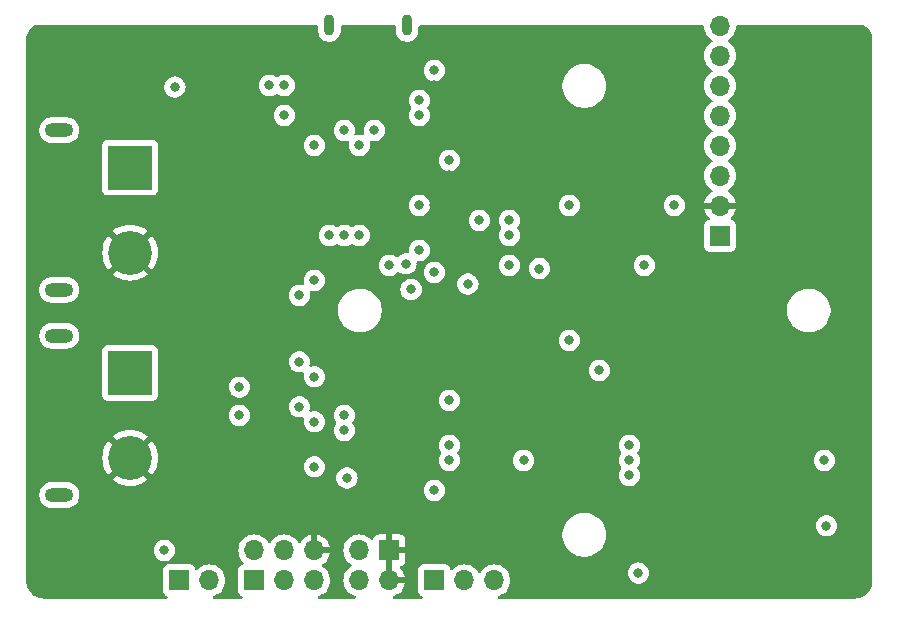
<source format=gbr>
%TF.GenerationSoftware,KiCad,Pcbnew,8.0.4*%
%TF.CreationDate,2024-11-29T22:55:19-05:00*%
%TF.ProjectId,foc_pcb,666f635f-7063-4622-9e6b-696361645f70,2.0*%
%TF.SameCoordinates,Original*%
%TF.FileFunction,Copper,L3,Inr*%
%TF.FilePolarity,Positive*%
%FSLAX46Y46*%
G04 Gerber Fmt 4.6, Leading zero omitted, Abs format (unit mm)*
G04 Created by KiCad (PCBNEW 8.0.4) date 2024-11-29 22:55:19*
%MOMM*%
%LPD*%
G01*
G04 APERTURE LIST*
%TA.AperFunction,ComponentPad*%
%ADD10R,1.700000X1.700000*%
%TD*%
%TA.AperFunction,ComponentPad*%
%ADD11O,1.700000X1.700000*%
%TD*%
%TA.AperFunction,ComponentPad*%
%ADD12O,0.900000X1.800000*%
%TD*%
%TA.AperFunction,ComponentPad*%
%ADD13R,3.716000X3.716000*%
%TD*%
%TA.AperFunction,ComponentPad*%
%ADD14C,3.716000*%
%TD*%
%TA.AperFunction,ComponentPad*%
%ADD15O,2.400000X1.200000*%
%TD*%
%TA.AperFunction,ViaPad*%
%ADD16C,0.800000*%
%TD*%
G04 APERTURE END LIST*
D10*
%TO.N,GND*%
%TO.C,J4*%
X231140000Y-143510000D03*
D11*
X231140000Y-146050000D03*
%TO.N,+5V*%
X228600000Y-143510000D03*
%TO.N,+3.3V*%
X228600000Y-146050000D03*
%TD*%
D12*
%TO.N,unconnected-(J12-SHIELD__4-PadS5)*%
%TO.C,J12*%
X232660000Y-99060000D03*
%TO.N,unconnected-(J12-SHIELD__5-PadS6)*%
X226060000Y-99060000D03*
%TD*%
D13*
%TO.N,VCC*%
%TO.C,J5*%
X209200000Y-128480000D03*
D14*
%TO.N,GND*%
X209200000Y-135680000D03*
D15*
%TO.N,N/C*%
X203200000Y-125330000D03*
X203200000Y-138830000D03*
%TD*%
D10*
%TO.N,+3.3V*%
%TO.C,J1*%
X259140000Y-116870000D03*
D11*
%TO.N,GND*%
X259140000Y-114330000D03*
%TO.N,/esp_scl_1*%
X259140000Y-111790000D03*
%TO.N,/esp_sda_1*%
X259140000Y-109250000D03*
%TO.N,unconnected-(J1-Pin_5-Pad5)*%
X259140000Y-106710000D03*
%TO.N,unconnected-(J1-Pin_6-Pad6)*%
X259140000Y-104170000D03*
%TO.N,unconnected-(J1-Pin_7-Pad7)*%
X259140000Y-101630000D03*
%TO.N,unconnected-(J1-Pin_8-Pad8)*%
X259140000Y-99090000D03*
%TD*%
D10*
%TO.N,/out1*%
%TO.C,J3*%
X234950000Y-146050000D03*
D11*
%TO.N,/out2*%
X237490000Y-146050000D03*
%TO.N,/out3*%
X240030000Y-146050000D03*
%TD*%
D10*
%TO.N,/esp_scl_0*%
%TO.C,J2*%
X213360000Y-146050000D03*
D11*
%TO.N,/esp_sda_0*%
X215900000Y-146050000D03*
%TD*%
D13*
%TO.N,VCC*%
%TO.C,J6*%
X209200000Y-111100000D03*
D14*
%TO.N,GND*%
X209200000Y-118300000D03*
D15*
%TO.N,N/C*%
X203200000Y-107950000D03*
X203200000Y-121450000D03*
%TD*%
D10*
%TO.N,/miso*%
%TO.C,J10*%
X219710000Y-146050000D03*
D11*
%TO.N,/sck*%
X219710000Y-143510000D03*
%TO.N,/rst*%
X222250000Y-146050000D03*
%TO.N,+5V*%
X222250000Y-143510000D03*
%TO.N,/mosi*%
X224790000Y-146050000D03*
%TO.N,GND*%
X224790000Y-143510000D03*
%TD*%
D16*
%TO.N,+5V*%
X252222000Y-145432750D03*
%TO.N,GND*%
X240030000Y-124460000D03*
X252730000Y-107950000D03*
X237490000Y-124460000D03*
X237490000Y-125730000D03*
X215900000Y-119380000D03*
X236220000Y-125730000D03*
X219710000Y-107950000D03*
X251460000Y-133350000D03*
X252730000Y-125730000D03*
X238760001Y-125730000D03*
X242570000Y-107950000D03*
X220980000Y-111760000D03*
X236220000Y-124460000D03*
X245110000Y-127000000D03*
X219710000Y-104140000D03*
X240030000Y-125730000D03*
X252222000Y-143510000D03*
X226060000Y-107950000D03*
X203200000Y-143510000D03*
X227166282Y-104043427D03*
X236220000Y-111760000D03*
X234950000Y-114300000D03*
X238760000Y-124460000D03*
X234950000Y-104140000D03*
%TO.N,+3.3V*%
X246380000Y-125730000D03*
X248920000Y-128270000D03*
%TO.N,VCC*%
X242512900Y-135890000D03*
X236220000Y-130810000D03*
%TO.N,+5V*%
X246380000Y-114300000D03*
X252730000Y-119380000D03*
X220980000Y-104140000D03*
X224790000Y-136435000D03*
X236220000Y-110490000D03*
X224790000Y-132625000D03*
X224790000Y-120650000D03*
X234950000Y-102870000D03*
X233680000Y-118110000D03*
X212090000Y-143510000D03*
X212981652Y-104288065D03*
X224790000Y-128815000D03*
%TO.N,/rst*%
X223520000Y-121920000D03*
X255270000Y-114300000D03*
X228600000Y-116840000D03*
%TO.N,/sda*%
X226060000Y-116840000D03*
%TO.N,/scl*%
X227330000Y-116840000D03*
%TO.N,/ud+*%
X241300000Y-115570000D03*
X233680000Y-106680000D03*
%TO.N,/ud-*%
X241300000Y-116840000D03*
X233680000Y-105410000D03*
%TO.N,Net-(U5-TXD)*%
X238760000Y-115570000D03*
X232543980Y-119246020D03*
%TO.N,/sck*%
X223520000Y-127545000D03*
X222250000Y-106680000D03*
%TO.N,Net-(U2-PD7)*%
X241300000Y-119380000D03*
X227330000Y-107950000D03*
%TO.N,/en*%
X231140000Y-119380000D03*
X243839696Y-119644999D03*
%TO.N,/esp_sck*%
X236220000Y-134620000D03*
X218440000Y-129690200D03*
X251460000Y-134620000D03*
X227330000Y-132080000D03*
%TO.N,/esp_mosi*%
X234950000Y-138430000D03*
X251460000Y-137160000D03*
%TO.N,/in1*%
X232982750Y-121421020D03*
X233680000Y-114300000D03*
%TO.N,/in2*%
X229870000Y-107950000D03*
X234950000Y-119971020D03*
%TO.N,/in3*%
X237787347Y-120947347D03*
X228600000Y-109220000D03*
%TO.N,/esp_miso*%
X218440000Y-132080000D03*
X251460000Y-135890000D03*
X236220000Y-135890000D03*
X227330000Y-133350000D03*
%TO.N,/miso*%
X223520000Y-131355000D03*
X222250000Y-104140000D03*
%TO.N,/mosi*%
X227545223Y-137375223D03*
X224790000Y-109220000D03*
%TO.N,/esp_scl_0*%
X267970000Y-135890000D03*
%TO.N,/esp_sda_0*%
X268146689Y-141428750D03*
%TD*%
%TA.AperFunction,Conductor*%
%TO.N,GND*%
G36*
X225052539Y-99079685D02*
G01*
X225098294Y-99132489D01*
X225109500Y-99184000D01*
X225109500Y-99603620D01*
X225146025Y-99787243D01*
X225146027Y-99787251D01*
X225217676Y-99960228D01*
X225217681Y-99960237D01*
X225321697Y-100115907D01*
X225321700Y-100115911D01*
X225454088Y-100248299D01*
X225454092Y-100248302D01*
X225609762Y-100352318D01*
X225609768Y-100352321D01*
X225609769Y-100352322D01*
X225782749Y-100423973D01*
X225943585Y-100455965D01*
X225966379Y-100460499D01*
X225966383Y-100460500D01*
X225966384Y-100460500D01*
X226153617Y-100460500D01*
X226153618Y-100460499D01*
X226337251Y-100423973D01*
X226510231Y-100352322D01*
X226665908Y-100248302D01*
X226798302Y-100115908D01*
X226902322Y-99960231D01*
X226973973Y-99787251D01*
X227010500Y-99603616D01*
X227010500Y-99184000D01*
X227030185Y-99116961D01*
X227082989Y-99071206D01*
X227134500Y-99060000D01*
X231585500Y-99060000D01*
X231652539Y-99079685D01*
X231698294Y-99132489D01*
X231709500Y-99184000D01*
X231709500Y-99603620D01*
X231746025Y-99787243D01*
X231746027Y-99787251D01*
X231817676Y-99960228D01*
X231817681Y-99960237D01*
X231921697Y-100115907D01*
X231921700Y-100115911D01*
X232054088Y-100248299D01*
X232054092Y-100248302D01*
X232209762Y-100352318D01*
X232209768Y-100352321D01*
X232209769Y-100352322D01*
X232382749Y-100423973D01*
X232543585Y-100455965D01*
X232566379Y-100460499D01*
X232566383Y-100460500D01*
X232566384Y-100460500D01*
X232753617Y-100460500D01*
X232753618Y-100460499D01*
X232937251Y-100423973D01*
X233110231Y-100352322D01*
X233265908Y-100248302D01*
X233398302Y-100115908D01*
X233502322Y-99960231D01*
X233573973Y-99787251D01*
X233610500Y-99603616D01*
X233610500Y-99184000D01*
X233630185Y-99116961D01*
X233682989Y-99071206D01*
X233734500Y-99060000D01*
X257668092Y-99060000D01*
X257735131Y-99079685D01*
X257780886Y-99132489D01*
X257791620Y-99173193D01*
X257804936Y-99325402D01*
X257804938Y-99325413D01*
X257866094Y-99553655D01*
X257866096Y-99553659D01*
X257866097Y-99553663D01*
X257929891Y-99690469D01*
X257965965Y-99767830D01*
X257965967Y-99767834D01*
X258101501Y-99961395D01*
X258101506Y-99961402D01*
X258268597Y-100128493D01*
X258268603Y-100128498D01*
X258454158Y-100258425D01*
X258497783Y-100313002D01*
X258504977Y-100382500D01*
X258473454Y-100444855D01*
X258454158Y-100461575D01*
X258268597Y-100591505D01*
X258101505Y-100758597D01*
X257965965Y-100952169D01*
X257965964Y-100952171D01*
X257866098Y-101166335D01*
X257866094Y-101166344D01*
X257804938Y-101394586D01*
X257804936Y-101394596D01*
X257784341Y-101629999D01*
X257784341Y-101630000D01*
X257804936Y-101865403D01*
X257804938Y-101865413D01*
X257866094Y-102093655D01*
X257866096Y-102093659D01*
X257866097Y-102093663D01*
X257914336Y-102197111D01*
X257965965Y-102307830D01*
X257965967Y-102307834D01*
X258101501Y-102501395D01*
X258101506Y-102501402D01*
X258268597Y-102668493D01*
X258268603Y-102668498D01*
X258454158Y-102798425D01*
X258497783Y-102853002D01*
X258504977Y-102922500D01*
X258473454Y-102984855D01*
X258454158Y-103001575D01*
X258268597Y-103131505D01*
X258101505Y-103298597D01*
X257965965Y-103492169D01*
X257965964Y-103492171D01*
X257866098Y-103706335D01*
X257866094Y-103706344D01*
X257804938Y-103934586D01*
X257804936Y-103934596D01*
X257784341Y-104169999D01*
X257784341Y-104170000D01*
X257804936Y-104405403D01*
X257804938Y-104405413D01*
X257866094Y-104633655D01*
X257866096Y-104633659D01*
X257866097Y-104633663D01*
X257876676Y-104656349D01*
X257965965Y-104847830D01*
X257965967Y-104847834D01*
X258101501Y-105041395D01*
X258101506Y-105041402D01*
X258268597Y-105208493D01*
X258268603Y-105208498D01*
X258454158Y-105338425D01*
X258497783Y-105393002D01*
X258504977Y-105462500D01*
X258473454Y-105524855D01*
X258454158Y-105541575D01*
X258268597Y-105671505D01*
X258101505Y-105838597D01*
X257965965Y-106032169D01*
X257965964Y-106032171D01*
X257866098Y-106246335D01*
X257866094Y-106246344D01*
X257804938Y-106474586D01*
X257804936Y-106474596D01*
X257784341Y-106709999D01*
X257784341Y-106710000D01*
X257804936Y-106945403D01*
X257804938Y-106945413D01*
X257866094Y-107173655D01*
X257866096Y-107173659D01*
X257866097Y-107173663D01*
X257965965Y-107387830D01*
X257965967Y-107387834D01*
X258101501Y-107581395D01*
X258101506Y-107581402D01*
X258268597Y-107748493D01*
X258268603Y-107748498D01*
X258454158Y-107878425D01*
X258497783Y-107933002D01*
X258504977Y-108002500D01*
X258473454Y-108064855D01*
X258454158Y-108081575D01*
X258268597Y-108211505D01*
X258101505Y-108378597D01*
X257965965Y-108572169D01*
X257965964Y-108572171D01*
X257866098Y-108786335D01*
X257866094Y-108786344D01*
X257804938Y-109014586D01*
X257804936Y-109014596D01*
X257784341Y-109249999D01*
X257784341Y-109250000D01*
X257804936Y-109485403D01*
X257804938Y-109485413D01*
X257866094Y-109713655D01*
X257866096Y-109713659D01*
X257866097Y-109713663D01*
X257884074Y-109752214D01*
X257965965Y-109927830D01*
X257965967Y-109927834D01*
X258101501Y-110121395D01*
X258101506Y-110121402D01*
X258268597Y-110288493D01*
X258268603Y-110288498D01*
X258454158Y-110418425D01*
X258497783Y-110473002D01*
X258504977Y-110542500D01*
X258473454Y-110604855D01*
X258454158Y-110621575D01*
X258268597Y-110751505D01*
X258101505Y-110918597D01*
X257965965Y-111112169D01*
X257965964Y-111112171D01*
X257866098Y-111326335D01*
X257866094Y-111326344D01*
X257804938Y-111554586D01*
X257804936Y-111554596D01*
X257784341Y-111789999D01*
X257784341Y-111790000D01*
X257804936Y-112025403D01*
X257804938Y-112025413D01*
X257866094Y-112253655D01*
X257866096Y-112253659D01*
X257866097Y-112253663D01*
X257965965Y-112467830D01*
X257965967Y-112467834D01*
X258101501Y-112661395D01*
X258101506Y-112661402D01*
X258268597Y-112828493D01*
X258268603Y-112828498D01*
X258454594Y-112958730D01*
X258498219Y-113013307D01*
X258505413Y-113082805D01*
X258473890Y-113145160D01*
X258454595Y-113161880D01*
X258268922Y-113291890D01*
X258268920Y-113291891D01*
X258101891Y-113458920D01*
X258101886Y-113458926D01*
X257966400Y-113652420D01*
X257966399Y-113652422D01*
X257866570Y-113866507D01*
X257866567Y-113866513D01*
X257809364Y-114079999D01*
X257809364Y-114080000D01*
X258706988Y-114080000D01*
X258674075Y-114137007D01*
X258640000Y-114264174D01*
X258640000Y-114395826D01*
X258674075Y-114522993D01*
X258706988Y-114580000D01*
X257809364Y-114580000D01*
X257866567Y-114793486D01*
X257866570Y-114793492D01*
X257966399Y-115007578D01*
X258101894Y-115201082D01*
X258223946Y-115323134D01*
X258257431Y-115384457D01*
X258252447Y-115454149D01*
X258210575Y-115510082D01*
X258179598Y-115526997D01*
X258047671Y-115576202D01*
X258047664Y-115576206D01*
X257932455Y-115662452D01*
X257932452Y-115662455D01*
X257846206Y-115777664D01*
X257846202Y-115777671D01*
X257795908Y-115912517D01*
X257791109Y-115957159D01*
X257789501Y-115972123D01*
X257789500Y-115972135D01*
X257789500Y-117767870D01*
X257789501Y-117767876D01*
X257795908Y-117827483D01*
X257846202Y-117962328D01*
X257846206Y-117962335D01*
X257932452Y-118077544D01*
X257932455Y-118077547D01*
X258047664Y-118163793D01*
X258047671Y-118163797D01*
X258182517Y-118214091D01*
X258182516Y-118214091D01*
X258189444Y-118214835D01*
X258242127Y-118220500D01*
X260037872Y-118220499D01*
X260097483Y-118214091D01*
X260232331Y-118163796D01*
X260347546Y-118077546D01*
X260433796Y-117962331D01*
X260484091Y-117827483D01*
X260490500Y-117767873D01*
X260490499Y-115972128D01*
X260484091Y-115912517D01*
X260433796Y-115777669D01*
X260433795Y-115777668D01*
X260433793Y-115777664D01*
X260347547Y-115662455D01*
X260347544Y-115662452D01*
X260232335Y-115576206D01*
X260232328Y-115576202D01*
X260100401Y-115526997D01*
X260044467Y-115485126D01*
X260020050Y-115419662D01*
X260034902Y-115351389D01*
X260056053Y-115323133D01*
X260178108Y-115201078D01*
X260313600Y-115007578D01*
X260413429Y-114793492D01*
X260413432Y-114793486D01*
X260470636Y-114580000D01*
X259573012Y-114580000D01*
X259605925Y-114522993D01*
X259640000Y-114395826D01*
X259640000Y-114264174D01*
X259605925Y-114137007D01*
X259573012Y-114080000D01*
X260470636Y-114080000D01*
X260470635Y-114079999D01*
X260413432Y-113866513D01*
X260413429Y-113866507D01*
X260313600Y-113652422D01*
X260313599Y-113652420D01*
X260178113Y-113458926D01*
X260178108Y-113458920D01*
X260011078Y-113291890D01*
X259825405Y-113161879D01*
X259781780Y-113107302D01*
X259774588Y-113037804D01*
X259806110Y-112975449D01*
X259825406Y-112958730D01*
X260011401Y-112828495D01*
X260178495Y-112661401D01*
X260314035Y-112467830D01*
X260413903Y-112253663D01*
X260475063Y-112025408D01*
X260495659Y-111790000D01*
X260475063Y-111554592D01*
X260413903Y-111326337D01*
X260314035Y-111112171D01*
X260178495Y-110918599D01*
X260178494Y-110918597D01*
X260011402Y-110751506D01*
X260011396Y-110751501D01*
X259825842Y-110621575D01*
X259782217Y-110566998D01*
X259775023Y-110497500D01*
X259806546Y-110435145D01*
X259825842Y-110418425D01*
X259992485Y-110301740D01*
X260011401Y-110288495D01*
X260178495Y-110121401D01*
X260314035Y-109927830D01*
X260413903Y-109713663D01*
X260475063Y-109485408D01*
X260495659Y-109250000D01*
X260475063Y-109014592D01*
X260428626Y-108841285D01*
X260413905Y-108786344D01*
X260413904Y-108786343D01*
X260413903Y-108786337D01*
X260314035Y-108572171D01*
X260218584Y-108435851D01*
X260178494Y-108378597D01*
X260011402Y-108211506D01*
X260011396Y-108211501D01*
X259825842Y-108081575D01*
X259782217Y-108026998D01*
X259775023Y-107957500D01*
X259806546Y-107895145D01*
X259825842Y-107878425D01*
X259992485Y-107761740D01*
X260011401Y-107748495D01*
X260178495Y-107581401D01*
X260314035Y-107387830D01*
X260413903Y-107173663D01*
X260475063Y-106945408D01*
X260495659Y-106710000D01*
X260475063Y-106474592D01*
X260413903Y-106246337D01*
X260314035Y-106032171D01*
X260309030Y-106025022D01*
X260178494Y-105838597D01*
X260011402Y-105671506D01*
X260011396Y-105671501D01*
X259825842Y-105541575D01*
X259782217Y-105486998D01*
X259775023Y-105417500D01*
X259806546Y-105355145D01*
X259825842Y-105338425D01*
X259992485Y-105221740D01*
X260011401Y-105208495D01*
X260178495Y-105041401D01*
X260314035Y-104847830D01*
X260413903Y-104633663D01*
X260475063Y-104405408D01*
X260495659Y-104170000D01*
X260475063Y-103934592D01*
X260413903Y-103706337D01*
X260314035Y-103492171D01*
X260290670Y-103458801D01*
X260178494Y-103298597D01*
X260011402Y-103131506D01*
X260011396Y-103131501D01*
X259825842Y-103001575D01*
X259782217Y-102946998D01*
X259775023Y-102877500D01*
X259806546Y-102815145D01*
X259825842Y-102798425D01*
X259992485Y-102681740D01*
X260011401Y-102668495D01*
X260178495Y-102501401D01*
X260314035Y-102307830D01*
X260413903Y-102093663D01*
X260475063Y-101865408D01*
X260495659Y-101630000D01*
X260475063Y-101394592D01*
X260413903Y-101166337D01*
X260314035Y-100952171D01*
X260178495Y-100758599D01*
X260178494Y-100758597D01*
X260011402Y-100591506D01*
X260011396Y-100591501D01*
X259825842Y-100461575D01*
X259782217Y-100406998D01*
X259775023Y-100337500D01*
X259806546Y-100275145D01*
X259825842Y-100258425D01*
X259864353Y-100231459D01*
X260011401Y-100128495D01*
X260178495Y-99961401D01*
X260314035Y-99767830D01*
X260413903Y-99553663D01*
X260475063Y-99325408D01*
X260488380Y-99173191D01*
X260513832Y-99108124D01*
X260570423Y-99067145D01*
X260611908Y-99060000D01*
X271334588Y-99060000D01*
X271401627Y-99079685D01*
X271408897Y-99084732D01*
X271440145Y-99108124D01*
X271511061Y-99161211D01*
X271524431Y-99172797D01*
X271667202Y-99315568D01*
X271678788Y-99328938D01*
X271799798Y-99490587D01*
X271809357Y-99505462D01*
X271906128Y-99682685D01*
X271913474Y-99698771D01*
X271984041Y-99887967D01*
X271989025Y-99904943D01*
X272031944Y-100102239D01*
X272034462Y-100119750D01*
X272049184Y-100325580D01*
X272049500Y-100334427D01*
X272049500Y-146045572D01*
X272049184Y-146054419D01*
X272034462Y-146260249D01*
X272031944Y-146277760D01*
X271989025Y-146475056D01*
X271984041Y-146492032D01*
X271913474Y-146681228D01*
X271906125Y-146697319D01*
X271889466Y-146727830D01*
X271809364Y-146874527D01*
X271799798Y-146889412D01*
X271678788Y-147051061D01*
X271667202Y-147064431D01*
X271524431Y-147207202D01*
X271511061Y-147218788D01*
X271349412Y-147339798D01*
X271334530Y-147349361D01*
X271270551Y-147384297D01*
X271157320Y-147446125D01*
X271141228Y-147453474D01*
X270952032Y-147524041D01*
X270935056Y-147529025D01*
X270737760Y-147571944D01*
X270720249Y-147574462D01*
X270531400Y-147587969D01*
X270514417Y-147589184D01*
X270505572Y-147589500D01*
X240444315Y-147589500D01*
X240377276Y-147569815D01*
X240331521Y-147517011D01*
X240321577Y-147447853D01*
X240350602Y-147384297D01*
X240409380Y-147346523D01*
X240412222Y-147345725D01*
X240461039Y-147332644D01*
X240493663Y-147323903D01*
X240707830Y-147224035D01*
X240901401Y-147088495D01*
X241068495Y-146921401D01*
X241204035Y-146727830D01*
X241303903Y-146513663D01*
X241365063Y-146285408D01*
X241385659Y-146050000D01*
X241365063Y-145814592D01*
X241303903Y-145586337D01*
X241232284Y-145432750D01*
X251316540Y-145432750D01*
X251336326Y-145621006D01*
X251336327Y-145621009D01*
X251394818Y-145801027D01*
X251394821Y-145801034D01*
X251489467Y-145964966D01*
X251566032Y-146050000D01*
X251616129Y-146105638D01*
X251769265Y-146216898D01*
X251769270Y-146216901D01*
X251942192Y-146293892D01*
X251942197Y-146293894D01*
X252127354Y-146333250D01*
X252127355Y-146333250D01*
X252316644Y-146333250D01*
X252316646Y-146333250D01*
X252501803Y-146293894D01*
X252674730Y-146216901D01*
X252827871Y-146105638D01*
X252954533Y-145964966D01*
X253049179Y-145801034D01*
X253107674Y-145621006D01*
X253127460Y-145432750D01*
X253107674Y-145244494D01*
X253049179Y-145064466D01*
X252954533Y-144900534D01*
X252827871Y-144759862D01*
X252824620Y-144757500D01*
X252674734Y-144648601D01*
X252674729Y-144648598D01*
X252501807Y-144571607D01*
X252501802Y-144571605D01*
X252356001Y-144540615D01*
X252316646Y-144532250D01*
X252127354Y-144532250D01*
X252094897Y-144539148D01*
X251942197Y-144571605D01*
X251942192Y-144571607D01*
X251769270Y-144648598D01*
X251769265Y-144648601D01*
X251616129Y-144759861D01*
X251489466Y-144900535D01*
X251394821Y-145064465D01*
X251394818Y-145064472D01*
X251357632Y-145178920D01*
X251336326Y-145244494D01*
X251316540Y-145432750D01*
X241232284Y-145432750D01*
X241204035Y-145372171D01*
X241198731Y-145364595D01*
X241068494Y-145178597D01*
X240901402Y-145011506D01*
X240901395Y-145011501D01*
X240707834Y-144875967D01*
X240707830Y-144875965D01*
X240694028Y-144869529D01*
X240493663Y-144776097D01*
X240493659Y-144776096D01*
X240493655Y-144776094D01*
X240265413Y-144714938D01*
X240265403Y-144714936D01*
X240030001Y-144694341D01*
X240029999Y-144694341D01*
X239794596Y-144714936D01*
X239794586Y-144714938D01*
X239566344Y-144776094D01*
X239566335Y-144776098D01*
X239352171Y-144875964D01*
X239352169Y-144875965D01*
X239158597Y-145011505D01*
X238991505Y-145178597D01*
X238861575Y-145364158D01*
X238806998Y-145407783D01*
X238737500Y-145414977D01*
X238675145Y-145383454D01*
X238658425Y-145364158D01*
X238528494Y-145178597D01*
X238361402Y-145011506D01*
X238361395Y-145011501D01*
X238167834Y-144875967D01*
X238167830Y-144875965D01*
X238154028Y-144869529D01*
X237953663Y-144776097D01*
X237953659Y-144776096D01*
X237953655Y-144776094D01*
X237725413Y-144714938D01*
X237725403Y-144714936D01*
X237490001Y-144694341D01*
X237489999Y-144694341D01*
X237254596Y-144714936D01*
X237254586Y-144714938D01*
X237026344Y-144776094D01*
X237026335Y-144776098D01*
X236812171Y-144875964D01*
X236812169Y-144875965D01*
X236618600Y-145011503D01*
X236496673Y-145133430D01*
X236435350Y-145166914D01*
X236365658Y-145161930D01*
X236309725Y-145120058D01*
X236292810Y-145089081D01*
X236243797Y-144957671D01*
X236243793Y-144957664D01*
X236157547Y-144842455D01*
X236157544Y-144842452D01*
X236042335Y-144756206D01*
X236042328Y-144756202D01*
X235907482Y-144705908D01*
X235907483Y-144705908D01*
X235847883Y-144699501D01*
X235847881Y-144699500D01*
X235847873Y-144699500D01*
X235847864Y-144699500D01*
X234052129Y-144699500D01*
X234052123Y-144699501D01*
X233992516Y-144705908D01*
X233857671Y-144756202D01*
X233857664Y-144756206D01*
X233742455Y-144842452D01*
X233742452Y-144842455D01*
X233656206Y-144957664D01*
X233656202Y-144957671D01*
X233605908Y-145092517D01*
X233599501Y-145152116D01*
X233599500Y-145152135D01*
X233599500Y-146947870D01*
X233599501Y-146947876D01*
X233605908Y-147007483D01*
X233656202Y-147142328D01*
X233656206Y-147142335D01*
X233742452Y-147257544D01*
X233742455Y-147257547D01*
X233857664Y-147343793D01*
X233857671Y-147343797D01*
X233872473Y-147349318D01*
X233928407Y-147391189D01*
X233952824Y-147456654D01*
X233937972Y-147524927D01*
X233888567Y-147574332D01*
X233829140Y-147589500D01*
X231552382Y-147589500D01*
X231485343Y-147569815D01*
X231439588Y-147517011D01*
X231429644Y-147447853D01*
X231458669Y-147384297D01*
X231517447Y-147346523D01*
X231520289Y-147345725D01*
X231603483Y-147323433D01*
X231603492Y-147323429D01*
X231817578Y-147223600D01*
X232011082Y-147088105D01*
X232178105Y-146921082D01*
X232313600Y-146727578D01*
X232413429Y-146513492D01*
X232413432Y-146513486D01*
X232470636Y-146300000D01*
X231573012Y-146300000D01*
X231605925Y-146242993D01*
X231640000Y-146115826D01*
X231640000Y-145984174D01*
X231605925Y-145857007D01*
X231573012Y-145800000D01*
X232470636Y-145800000D01*
X232470635Y-145799999D01*
X232413432Y-145586513D01*
X232413429Y-145586507D01*
X232313600Y-145372422D01*
X232313599Y-145372420D01*
X232178113Y-145178926D01*
X232178108Y-145178920D01*
X232055665Y-145056477D01*
X232022180Y-144995154D01*
X232027164Y-144925462D01*
X232069036Y-144869529D01*
X232100013Y-144852614D01*
X232232086Y-144803354D01*
X232232093Y-144803350D01*
X232347187Y-144717190D01*
X232347190Y-144717187D01*
X232433350Y-144602093D01*
X232433354Y-144602086D01*
X232483596Y-144467379D01*
X232483598Y-144467372D01*
X232489999Y-144407844D01*
X232490000Y-144407827D01*
X232490000Y-143760000D01*
X231573012Y-143760000D01*
X231605925Y-143702993D01*
X231640000Y-143575826D01*
X231640000Y-143444174D01*
X231605925Y-143317007D01*
X231573012Y-143260000D01*
X232490000Y-143260000D01*
X232490000Y-142612172D01*
X232489999Y-142612155D01*
X232483598Y-142552627D01*
X232483596Y-142552620D01*
X232433354Y-142417913D01*
X232433350Y-142417906D01*
X232347190Y-142302812D01*
X232347187Y-142302809D01*
X232232093Y-142216649D01*
X232232086Y-142216645D01*
X232097379Y-142166403D01*
X232097372Y-142166401D01*
X232037844Y-142160000D01*
X231390000Y-142160000D01*
X231390000Y-143076988D01*
X231332993Y-143044075D01*
X231205826Y-143010000D01*
X231074174Y-143010000D01*
X230947007Y-143044075D01*
X230890000Y-143076988D01*
X230890000Y-142160000D01*
X230242155Y-142160000D01*
X230182627Y-142166401D01*
X230182620Y-142166403D01*
X230047913Y-142216645D01*
X230047906Y-142216649D01*
X229932812Y-142302809D01*
X229932809Y-142302812D01*
X229846649Y-142417906D01*
X229846645Y-142417913D01*
X229797578Y-142549470D01*
X229755707Y-142605404D01*
X229690242Y-142629821D01*
X229621969Y-142614969D01*
X229593715Y-142593819D01*
X229549366Y-142549470D01*
X229471401Y-142471505D01*
X229471397Y-142471502D01*
X229471396Y-142471501D01*
X229277834Y-142335967D01*
X229277830Y-142335965D01*
X229206727Y-142302809D01*
X229063663Y-142236097D01*
X229063659Y-142236096D01*
X229063655Y-142236094D01*
X228835413Y-142174938D01*
X228835403Y-142174936D01*
X228600001Y-142154341D01*
X228599999Y-142154341D01*
X228364596Y-142174936D01*
X228364586Y-142174938D01*
X228136344Y-142236094D01*
X228136335Y-142236098D01*
X227922171Y-142335964D01*
X227922169Y-142335965D01*
X227728597Y-142471505D01*
X227561505Y-142638597D01*
X227425965Y-142832169D01*
X227425964Y-142832171D01*
X227326098Y-143046335D01*
X227326094Y-143046344D01*
X227264938Y-143274586D01*
X227264936Y-143274596D01*
X227244341Y-143509999D01*
X227244341Y-143510000D01*
X227264936Y-143745403D01*
X227264938Y-143745413D01*
X227326094Y-143973655D01*
X227326096Y-143973659D01*
X227326097Y-143973663D01*
X227406004Y-144145023D01*
X227425965Y-144187830D01*
X227425967Y-144187834D01*
X227500412Y-144294151D01*
X227561501Y-144381396D01*
X227561506Y-144381402D01*
X227728597Y-144548493D01*
X227728603Y-144548498D01*
X227914158Y-144678425D01*
X227957783Y-144733002D01*
X227964977Y-144802500D01*
X227933454Y-144864855D01*
X227914158Y-144881575D01*
X227728597Y-145011505D01*
X227561505Y-145178597D01*
X227425965Y-145372169D01*
X227425964Y-145372171D01*
X227326098Y-145586335D01*
X227326094Y-145586344D01*
X227264938Y-145814586D01*
X227264936Y-145814596D01*
X227244341Y-146049999D01*
X227244341Y-146050000D01*
X227264936Y-146285403D01*
X227264938Y-146285413D01*
X227326094Y-146513655D01*
X227326096Y-146513659D01*
X227326097Y-146513663D01*
X227406004Y-146685023D01*
X227425965Y-146727830D01*
X227425967Y-146727834D01*
X227528683Y-146874527D01*
X227561505Y-146921401D01*
X227728599Y-147088495D01*
X227825384Y-147156265D01*
X227922165Y-147224032D01*
X227922167Y-147224033D01*
X227922170Y-147224035D01*
X228136337Y-147323903D01*
X228136343Y-147323904D01*
X228136344Y-147323905D01*
X228217778Y-147345725D01*
X228277439Y-147382090D01*
X228307968Y-147444937D01*
X228299674Y-147514312D01*
X228255188Y-147568190D01*
X228188636Y-147589465D01*
X228185685Y-147589500D01*
X225204315Y-147589500D01*
X225137276Y-147569815D01*
X225091521Y-147517011D01*
X225081577Y-147447853D01*
X225110602Y-147384297D01*
X225169380Y-147346523D01*
X225172222Y-147345725D01*
X225221039Y-147332644D01*
X225253663Y-147323903D01*
X225467830Y-147224035D01*
X225661401Y-147088495D01*
X225828495Y-146921401D01*
X225964035Y-146727830D01*
X226063903Y-146513663D01*
X226125063Y-146285408D01*
X226145659Y-146050000D01*
X226125063Y-145814592D01*
X226063903Y-145586337D01*
X225964035Y-145372171D01*
X225958731Y-145364595D01*
X225828494Y-145178597D01*
X225661402Y-145011506D01*
X225661401Y-145011505D01*
X225475405Y-144881269D01*
X225431781Y-144826692D01*
X225424588Y-144757193D01*
X225456110Y-144694839D01*
X225475405Y-144678119D01*
X225661082Y-144548105D01*
X225828105Y-144381082D01*
X225963600Y-144187578D01*
X226063429Y-143973492D01*
X226063432Y-143973486D01*
X226120636Y-143760000D01*
X225223012Y-143760000D01*
X225255925Y-143702993D01*
X225290000Y-143575826D01*
X225290000Y-143444174D01*
X225255925Y-143317007D01*
X225223012Y-143260000D01*
X226120636Y-143260000D01*
X226120635Y-143259999D01*
X226063432Y-143046513D01*
X226063429Y-143046507D01*
X225963600Y-142832422D01*
X225963599Y-142832420D01*
X225828113Y-142638926D01*
X225828108Y-142638920D01*
X225661082Y-142471894D01*
X225467578Y-142336399D01*
X225253492Y-142236570D01*
X225253486Y-142236567D01*
X225040000Y-142179364D01*
X225040000Y-143076988D01*
X224982993Y-143044075D01*
X224855826Y-143010000D01*
X224724174Y-143010000D01*
X224597007Y-143044075D01*
X224540000Y-143076988D01*
X224540000Y-142179364D01*
X224539999Y-142179364D01*
X224326513Y-142236567D01*
X224326507Y-142236570D01*
X224112422Y-142336399D01*
X224112420Y-142336400D01*
X223918926Y-142471886D01*
X223918920Y-142471891D01*
X223751891Y-142638920D01*
X223751890Y-142638922D01*
X223621880Y-142824595D01*
X223567303Y-142868219D01*
X223497804Y-142875412D01*
X223435450Y-142843890D01*
X223418730Y-142824594D01*
X223288494Y-142638597D01*
X223121402Y-142471506D01*
X223121395Y-142471501D01*
X222927834Y-142335967D01*
X222927830Y-142335965D01*
X222856727Y-142302809D01*
X222713663Y-142236097D01*
X222713659Y-142236096D01*
X222713655Y-142236094D01*
X222485413Y-142174938D01*
X222485403Y-142174936D01*
X222250001Y-142154341D01*
X222249999Y-142154341D01*
X222014596Y-142174936D01*
X222014586Y-142174938D01*
X221786344Y-142236094D01*
X221786335Y-142236098D01*
X221572171Y-142335964D01*
X221572169Y-142335965D01*
X221378597Y-142471505D01*
X221211505Y-142638597D01*
X221081575Y-142824158D01*
X221026998Y-142867783D01*
X220957500Y-142874977D01*
X220895145Y-142843454D01*
X220878425Y-142824158D01*
X220748494Y-142638597D01*
X220581402Y-142471506D01*
X220581395Y-142471501D01*
X220387834Y-142335967D01*
X220387830Y-142335965D01*
X220316727Y-142302809D01*
X220173663Y-142236097D01*
X220173659Y-142236096D01*
X220173655Y-142236094D01*
X219945413Y-142174938D01*
X219945403Y-142174936D01*
X219710001Y-142154341D01*
X219709999Y-142154341D01*
X219474596Y-142174936D01*
X219474586Y-142174938D01*
X219246344Y-142236094D01*
X219246335Y-142236098D01*
X219032171Y-142335964D01*
X219032169Y-142335965D01*
X218838597Y-142471505D01*
X218671505Y-142638597D01*
X218535965Y-142832169D01*
X218535964Y-142832171D01*
X218436098Y-143046335D01*
X218436094Y-143046344D01*
X218374938Y-143274586D01*
X218374936Y-143274596D01*
X218354341Y-143509999D01*
X218354341Y-143510000D01*
X218374936Y-143745403D01*
X218374938Y-143745413D01*
X218436094Y-143973655D01*
X218436096Y-143973659D01*
X218436097Y-143973663D01*
X218516004Y-144145023D01*
X218535965Y-144187830D01*
X218535967Y-144187834D01*
X218610412Y-144294151D01*
X218671501Y-144381396D01*
X218671506Y-144381402D01*
X218793430Y-144503326D01*
X218826915Y-144564649D01*
X218821931Y-144634341D01*
X218780059Y-144690274D01*
X218749083Y-144707189D01*
X218617669Y-144756203D01*
X218617664Y-144756206D01*
X218502455Y-144842452D01*
X218502452Y-144842455D01*
X218416206Y-144957664D01*
X218416202Y-144957671D01*
X218365908Y-145092517D01*
X218359501Y-145152116D01*
X218359500Y-145152135D01*
X218359500Y-146947870D01*
X218359501Y-146947876D01*
X218365908Y-147007483D01*
X218416202Y-147142328D01*
X218416206Y-147142335D01*
X218502452Y-147257544D01*
X218502455Y-147257547D01*
X218617664Y-147343793D01*
X218617671Y-147343797D01*
X218632473Y-147349318D01*
X218688407Y-147391189D01*
X218712824Y-147456654D01*
X218697972Y-147524927D01*
X218648567Y-147574332D01*
X218589140Y-147589500D01*
X216314315Y-147589500D01*
X216247276Y-147569815D01*
X216201521Y-147517011D01*
X216191577Y-147447853D01*
X216220602Y-147384297D01*
X216279380Y-147346523D01*
X216282222Y-147345725D01*
X216331039Y-147332644D01*
X216363663Y-147323903D01*
X216577830Y-147224035D01*
X216771401Y-147088495D01*
X216938495Y-146921401D01*
X217074035Y-146727830D01*
X217173903Y-146513663D01*
X217235063Y-146285408D01*
X217255659Y-146050000D01*
X217235063Y-145814592D01*
X217173903Y-145586337D01*
X217074035Y-145372171D01*
X217068731Y-145364595D01*
X216938494Y-145178597D01*
X216771402Y-145011506D01*
X216771395Y-145011501D01*
X216577834Y-144875967D01*
X216577830Y-144875965D01*
X216564028Y-144869529D01*
X216363663Y-144776097D01*
X216363659Y-144776096D01*
X216363655Y-144776094D01*
X216135413Y-144714938D01*
X216135403Y-144714936D01*
X215900001Y-144694341D01*
X215899999Y-144694341D01*
X215664596Y-144714936D01*
X215664586Y-144714938D01*
X215436344Y-144776094D01*
X215436335Y-144776098D01*
X215222171Y-144875964D01*
X215222169Y-144875965D01*
X215028600Y-145011503D01*
X214906673Y-145133430D01*
X214845350Y-145166914D01*
X214775658Y-145161930D01*
X214719725Y-145120058D01*
X214702810Y-145089081D01*
X214653797Y-144957671D01*
X214653793Y-144957664D01*
X214567547Y-144842455D01*
X214567544Y-144842452D01*
X214452335Y-144756206D01*
X214452328Y-144756202D01*
X214317482Y-144705908D01*
X214317483Y-144705908D01*
X214257883Y-144699501D01*
X214257881Y-144699500D01*
X214257873Y-144699500D01*
X214257864Y-144699500D01*
X212462129Y-144699500D01*
X212462123Y-144699501D01*
X212402516Y-144705908D01*
X212267671Y-144756202D01*
X212267664Y-144756206D01*
X212152455Y-144842452D01*
X212152452Y-144842455D01*
X212066206Y-144957664D01*
X212066202Y-144957671D01*
X212015908Y-145092517D01*
X212009501Y-145152116D01*
X212009500Y-145152135D01*
X212009500Y-146947870D01*
X212009501Y-146947876D01*
X212015908Y-147007483D01*
X212066202Y-147142328D01*
X212066206Y-147142335D01*
X212152452Y-147257544D01*
X212152455Y-147257547D01*
X212267664Y-147343793D01*
X212267671Y-147343797D01*
X212282473Y-147349318D01*
X212338407Y-147391189D01*
X212362824Y-147456654D01*
X212347972Y-147524927D01*
X212298567Y-147574332D01*
X212239140Y-147589500D01*
X201934428Y-147589500D01*
X201925582Y-147589184D01*
X201719751Y-147574462D01*
X201702239Y-147571944D01*
X201504943Y-147529025D01*
X201487967Y-147524041D01*
X201298771Y-147453474D01*
X201282685Y-147446128D01*
X201105462Y-147349357D01*
X201090587Y-147339798D01*
X200928938Y-147218788D01*
X200915568Y-147207202D01*
X200772797Y-147064431D01*
X200761211Y-147051061D01*
X200640199Y-146889409D01*
X200630644Y-146874541D01*
X200533868Y-146697308D01*
X200526525Y-146681228D01*
X200485086Y-146570126D01*
X200455955Y-146492024D01*
X200450976Y-146475065D01*
X200408054Y-146277757D01*
X200405537Y-146260248D01*
X200390816Y-146054418D01*
X200390500Y-146045572D01*
X200390500Y-143510000D01*
X211184540Y-143510000D01*
X211204326Y-143698256D01*
X211204327Y-143698259D01*
X211262818Y-143878277D01*
X211262821Y-143878284D01*
X211357467Y-144042216D01*
X211449643Y-144144587D01*
X211484129Y-144182888D01*
X211637265Y-144294148D01*
X211637270Y-144294151D01*
X211810192Y-144371142D01*
X211810197Y-144371144D01*
X211995354Y-144410500D01*
X211995355Y-144410500D01*
X212184644Y-144410500D01*
X212184646Y-144410500D01*
X212369803Y-144371144D01*
X212542730Y-144294151D01*
X212695871Y-144182888D01*
X212822533Y-144042216D01*
X212917179Y-143878284D01*
X212975674Y-143698256D01*
X212995460Y-143510000D01*
X212975674Y-143321744D01*
X212917179Y-143141716D01*
X212822533Y-142977784D01*
X212695871Y-142837112D01*
X212689413Y-142832420D01*
X212542734Y-142725851D01*
X212542729Y-142725848D01*
X212369807Y-142648857D01*
X212369802Y-142648855D01*
X212224001Y-142617865D01*
X212184646Y-142609500D01*
X211995354Y-142609500D01*
X211969624Y-142614969D01*
X211810197Y-142648855D01*
X211810192Y-142648857D01*
X211637270Y-142725848D01*
X211637265Y-142725851D01*
X211484129Y-142837111D01*
X211357466Y-142977785D01*
X211262821Y-143141715D01*
X211262818Y-143141722D01*
X211219645Y-143274596D01*
X211204326Y-143321744D01*
X211184540Y-143510000D01*
X200390500Y-143510000D01*
X200390500Y-142068711D01*
X245799500Y-142068711D01*
X245799500Y-142311288D01*
X245830856Y-142549470D01*
X245831162Y-142551789D01*
X245857171Y-142648855D01*
X245893947Y-142786104D01*
X245930760Y-142874977D01*
X245986776Y-143010212D01*
X246108064Y-143220289D01*
X246108066Y-143220292D01*
X246108067Y-143220293D01*
X246255733Y-143412736D01*
X246255739Y-143412743D01*
X246427256Y-143584260D01*
X246427263Y-143584266D01*
X246540321Y-143671018D01*
X246619711Y-143731936D01*
X246829788Y-143853224D01*
X247053900Y-143946054D01*
X247288211Y-144008838D01*
X247468586Y-144032584D01*
X247528711Y-144040500D01*
X247528712Y-144040500D01*
X247771289Y-144040500D01*
X247819388Y-144034167D01*
X248011789Y-144008838D01*
X248246100Y-143946054D01*
X248470212Y-143853224D01*
X248680289Y-143731936D01*
X248872738Y-143584265D01*
X249044265Y-143412738D01*
X249191936Y-143220289D01*
X249313224Y-143010212D01*
X249406054Y-142786100D01*
X249468838Y-142551789D01*
X249500500Y-142311288D01*
X249500500Y-142068712D01*
X249468838Y-141828211D01*
X249406054Y-141593900D01*
X249337647Y-141428750D01*
X267241229Y-141428750D01*
X267261015Y-141617006D01*
X267261016Y-141617009D01*
X267319507Y-141797027D01*
X267319510Y-141797034D01*
X267414156Y-141960966D01*
X267511170Y-142068711D01*
X267540818Y-142101638D01*
X267693954Y-142212898D01*
X267693959Y-142212901D01*
X267866881Y-142289892D01*
X267866886Y-142289894D01*
X268052043Y-142329250D01*
X268052044Y-142329250D01*
X268241333Y-142329250D01*
X268241335Y-142329250D01*
X268426492Y-142289894D01*
X268599419Y-142212901D01*
X268752560Y-142101638D01*
X268879222Y-141960966D01*
X268973868Y-141797034D01*
X269032363Y-141617006D01*
X269052149Y-141428750D01*
X269032363Y-141240494D01*
X268973868Y-141060466D01*
X268879222Y-140896534D01*
X268752560Y-140755862D01*
X268752559Y-140755861D01*
X268599423Y-140644601D01*
X268599418Y-140644598D01*
X268426496Y-140567607D01*
X268426491Y-140567605D01*
X268280690Y-140536615D01*
X268241335Y-140528250D01*
X268052043Y-140528250D01*
X268019586Y-140535148D01*
X267866886Y-140567605D01*
X267866881Y-140567607D01*
X267693959Y-140644598D01*
X267693954Y-140644601D01*
X267540818Y-140755861D01*
X267414155Y-140896535D01*
X267319510Y-141060465D01*
X267319507Y-141060472D01*
X267287263Y-141159711D01*
X267261015Y-141240494D01*
X267241229Y-141428750D01*
X249337647Y-141428750D01*
X249313224Y-141369788D01*
X249191936Y-141159711D01*
X249044265Y-140967262D01*
X249044260Y-140967256D01*
X248872743Y-140795739D01*
X248872736Y-140795733D01*
X248680293Y-140648067D01*
X248680292Y-140648066D01*
X248680289Y-140648064D01*
X248470212Y-140526776D01*
X248470205Y-140526773D01*
X248246104Y-140433947D01*
X248011785Y-140371161D01*
X247771289Y-140339500D01*
X247771288Y-140339500D01*
X247528712Y-140339500D01*
X247528711Y-140339500D01*
X247288214Y-140371161D01*
X247053895Y-140433947D01*
X246829794Y-140526773D01*
X246829785Y-140526777D01*
X246619706Y-140648067D01*
X246427263Y-140795733D01*
X246427256Y-140795739D01*
X246255739Y-140967256D01*
X246255733Y-140967263D01*
X246108067Y-141159706D01*
X245986777Y-141369785D01*
X245986773Y-141369794D01*
X245893947Y-141593895D01*
X245831161Y-141828214D01*
X245799500Y-142068711D01*
X200390500Y-142068711D01*
X200390500Y-138743389D01*
X201499500Y-138743389D01*
X201499500Y-138916611D01*
X201526598Y-139087701D01*
X201580127Y-139252445D01*
X201658768Y-139406788D01*
X201760586Y-139546928D01*
X201883072Y-139669414D01*
X202023212Y-139771232D01*
X202177555Y-139849873D01*
X202342299Y-139903402D01*
X202513389Y-139930500D01*
X202513390Y-139930500D01*
X203886610Y-139930500D01*
X203886611Y-139930500D01*
X204057701Y-139903402D01*
X204222445Y-139849873D01*
X204376788Y-139771232D01*
X204516928Y-139669414D01*
X204639414Y-139546928D01*
X204741232Y-139406788D01*
X204819873Y-139252445D01*
X204873402Y-139087701D01*
X204900500Y-138916611D01*
X204900500Y-138743389D01*
X204873402Y-138572299D01*
X204827166Y-138430000D01*
X234044540Y-138430000D01*
X234064326Y-138618256D01*
X234064327Y-138618259D01*
X234122818Y-138798277D01*
X234122821Y-138798284D01*
X234217467Y-138962216D01*
X234330451Y-139087697D01*
X234344129Y-139102888D01*
X234497265Y-139214148D01*
X234497270Y-139214151D01*
X234670192Y-139291142D01*
X234670197Y-139291144D01*
X234855354Y-139330500D01*
X234855355Y-139330500D01*
X235044644Y-139330500D01*
X235044646Y-139330500D01*
X235229803Y-139291144D01*
X235402730Y-139214151D01*
X235555871Y-139102888D01*
X235682533Y-138962216D01*
X235777179Y-138798284D01*
X235835674Y-138618256D01*
X235855460Y-138430000D01*
X235835674Y-138241744D01*
X235777179Y-138061716D01*
X235682533Y-137897784D01*
X235555871Y-137757112D01*
X235555164Y-137756598D01*
X235402734Y-137645851D01*
X235402729Y-137645848D01*
X235229807Y-137568857D01*
X235229802Y-137568855D01*
X235084001Y-137537865D01*
X235044646Y-137529500D01*
X234855354Y-137529500D01*
X234822897Y-137536398D01*
X234670197Y-137568855D01*
X234670192Y-137568857D01*
X234497270Y-137645848D01*
X234497265Y-137645851D01*
X234344129Y-137757111D01*
X234217466Y-137897785D01*
X234122821Y-138061715D01*
X234122818Y-138061722D01*
X234066073Y-138236367D01*
X234064326Y-138241744D01*
X234044540Y-138430000D01*
X204827166Y-138430000D01*
X204819873Y-138407555D01*
X204741232Y-138253212D01*
X204639414Y-138113072D01*
X204516928Y-137990586D01*
X204376788Y-137888768D01*
X204222445Y-137810127D01*
X204057701Y-137756598D01*
X204057699Y-137756597D01*
X204057698Y-137756597D01*
X203926271Y-137735781D01*
X203886611Y-137729500D01*
X202513389Y-137729500D01*
X202473728Y-137735781D01*
X202342302Y-137756597D01*
X202177552Y-137810128D01*
X202023211Y-137888768D01*
X201946988Y-137944148D01*
X201883072Y-137990586D01*
X201883070Y-137990588D01*
X201883069Y-137990588D01*
X201760588Y-138113069D01*
X201760588Y-138113070D01*
X201760586Y-138113072D01*
X201726948Y-138159371D01*
X201658768Y-138253211D01*
X201580128Y-138407552D01*
X201526597Y-138572302D01*
X201499500Y-138743389D01*
X200390500Y-138743389D01*
X200390500Y-135680000D01*
X206836941Y-135680000D01*
X206857157Y-135988439D01*
X206857159Y-135988451D01*
X206917458Y-136291597D01*
X206917462Y-136291612D01*
X207016816Y-136584299D01*
X207016825Y-136584320D01*
X207153528Y-136861526D01*
X207325257Y-137118537D01*
X207325262Y-137118543D01*
X207363872Y-137162571D01*
X207363875Y-137162571D01*
X208084728Y-136441717D01*
X208170278Y-136559466D01*
X208320534Y-136709722D01*
X208438281Y-136795270D01*
X207717427Y-137516123D01*
X207717427Y-137516124D01*
X207761463Y-137554742D01*
X208018473Y-137726471D01*
X208295679Y-137863174D01*
X208295700Y-137863183D01*
X208588387Y-137962537D01*
X208588402Y-137962541D01*
X208891548Y-138022840D01*
X208891560Y-138022842D01*
X209200000Y-138043058D01*
X209508439Y-138022842D01*
X209508451Y-138022840D01*
X209811597Y-137962541D01*
X209811612Y-137962537D01*
X210104299Y-137863183D01*
X210104320Y-137863174D01*
X210381526Y-137726471D01*
X210638540Y-137554740D01*
X210682571Y-137516125D01*
X210682571Y-137516124D01*
X210541670Y-137375223D01*
X226639763Y-137375223D01*
X226659549Y-137563479D01*
X226659550Y-137563482D01*
X226718041Y-137743500D01*
X226718044Y-137743507D01*
X226812690Y-137907439D01*
X226887556Y-137990586D01*
X226939352Y-138048111D01*
X227092488Y-138159371D01*
X227092493Y-138159374D01*
X227265415Y-138236365D01*
X227265420Y-138236367D01*
X227450577Y-138275723D01*
X227450578Y-138275723D01*
X227639867Y-138275723D01*
X227639869Y-138275723D01*
X227825026Y-138236367D01*
X227997953Y-138159374D01*
X228151094Y-138048111D01*
X228277756Y-137907439D01*
X228372402Y-137743507D01*
X228430897Y-137563479D01*
X228450683Y-137375223D01*
X228430897Y-137186967D01*
X228372402Y-137006939D01*
X228277756Y-136843007D01*
X228151094Y-136702335D01*
X228112298Y-136674148D01*
X227997957Y-136591074D01*
X227997952Y-136591071D01*
X227825030Y-136514080D01*
X227825025Y-136514078D01*
X227644211Y-136475646D01*
X227639869Y-136474723D01*
X227450577Y-136474723D01*
X227446235Y-136475646D01*
X227265420Y-136514078D01*
X227265415Y-136514080D01*
X227092493Y-136591071D01*
X227092488Y-136591074D01*
X226939352Y-136702334D01*
X226812689Y-136843008D01*
X226718044Y-137006938D01*
X226718041Y-137006945D01*
X226659550Y-137186963D01*
X226659549Y-137186967D01*
X226639763Y-137375223D01*
X210541670Y-137375223D01*
X209961717Y-136795270D01*
X210079466Y-136709722D01*
X210229722Y-136559466D01*
X210315270Y-136441717D01*
X211036124Y-137162571D01*
X211036125Y-137162571D01*
X211074740Y-137118540D01*
X211246471Y-136861526D01*
X211383174Y-136584320D01*
X211383183Y-136584299D01*
X211433863Y-136435000D01*
X223884540Y-136435000D01*
X223904326Y-136623256D01*
X223904327Y-136623259D01*
X223962818Y-136803277D01*
X223962821Y-136803284D01*
X224057467Y-136967216D01*
X224184129Y-137107888D01*
X224337265Y-137219148D01*
X224337270Y-137219151D01*
X224510192Y-137296142D01*
X224510197Y-137296144D01*
X224695354Y-137335500D01*
X224695355Y-137335500D01*
X224884644Y-137335500D01*
X224884646Y-137335500D01*
X225069803Y-137296144D01*
X225242730Y-137219151D01*
X225395871Y-137107888D01*
X225522533Y-136967216D01*
X225617179Y-136803284D01*
X225675674Y-136623256D01*
X225695460Y-136435000D01*
X225675674Y-136246744D01*
X225617179Y-136066716D01*
X225522533Y-135902784D01*
X225395871Y-135762112D01*
X225395870Y-135762111D01*
X225242734Y-135650851D01*
X225242729Y-135650848D01*
X225069807Y-135573857D01*
X225069802Y-135573855D01*
X224924001Y-135542865D01*
X224884646Y-135534500D01*
X224695354Y-135534500D01*
X224662897Y-135541398D01*
X224510197Y-135573855D01*
X224510192Y-135573857D01*
X224337270Y-135650848D01*
X224337265Y-135650851D01*
X224184129Y-135762111D01*
X224057466Y-135902785D01*
X223962821Y-136066715D01*
X223962818Y-136066722D01*
X223920092Y-136198220D01*
X223904326Y-136246744D01*
X223884540Y-136435000D01*
X211433863Y-136435000D01*
X211482537Y-136291612D01*
X211482541Y-136291597D01*
X211542840Y-135988451D01*
X211542842Y-135988439D01*
X211563058Y-135680000D01*
X211542842Y-135371560D01*
X211542840Y-135371548D01*
X211482541Y-135068402D01*
X211482537Y-135068387D01*
X211383183Y-134775700D01*
X211383174Y-134775679D01*
X211306401Y-134620000D01*
X235314540Y-134620000D01*
X235334326Y-134808256D01*
X235334327Y-134808259D01*
X235392818Y-134988277D01*
X235392821Y-134988284D01*
X235487467Y-135152216D01*
X235497806Y-135163699D01*
X235505307Y-135172030D01*
X235535535Y-135235022D01*
X235526909Y-135304357D01*
X235505307Y-135337970D01*
X235487466Y-135357785D01*
X235392821Y-135521715D01*
X235392818Y-135521722D01*
X235350862Y-135650851D01*
X235334326Y-135701744D01*
X235314540Y-135890000D01*
X235334326Y-136078256D01*
X235334327Y-136078259D01*
X235392818Y-136258277D01*
X235392821Y-136258284D01*
X235487467Y-136422216D01*
X235611048Y-136559466D01*
X235614129Y-136562888D01*
X235767265Y-136674148D01*
X235767270Y-136674151D01*
X235940192Y-136751142D01*
X235940197Y-136751144D01*
X236125354Y-136790500D01*
X236125355Y-136790500D01*
X236314644Y-136790500D01*
X236314646Y-136790500D01*
X236499803Y-136751144D01*
X236672730Y-136674151D01*
X236825871Y-136562888D01*
X236952533Y-136422216D01*
X237047179Y-136258284D01*
X237105674Y-136078256D01*
X237125460Y-135890000D01*
X241607440Y-135890000D01*
X241627226Y-136078256D01*
X241627227Y-136078259D01*
X241685718Y-136258277D01*
X241685721Y-136258284D01*
X241780367Y-136422216D01*
X241903948Y-136559466D01*
X241907029Y-136562888D01*
X242060165Y-136674148D01*
X242060170Y-136674151D01*
X242233092Y-136751142D01*
X242233097Y-136751144D01*
X242418254Y-136790500D01*
X242418255Y-136790500D01*
X242607544Y-136790500D01*
X242607546Y-136790500D01*
X242792703Y-136751144D01*
X242965630Y-136674151D01*
X243118771Y-136562888D01*
X243245433Y-136422216D01*
X243340079Y-136258284D01*
X243398574Y-136078256D01*
X243418360Y-135890000D01*
X243398574Y-135701744D01*
X243340079Y-135521716D01*
X243245433Y-135357784D01*
X243118771Y-135217112D01*
X243118770Y-135217111D01*
X242965634Y-135105851D01*
X242965629Y-135105848D01*
X242792707Y-135028857D01*
X242792702Y-135028855D01*
X242646901Y-134997865D01*
X242607546Y-134989500D01*
X242418254Y-134989500D01*
X242385797Y-134996398D01*
X242233097Y-135028855D01*
X242233092Y-135028857D01*
X242060170Y-135105848D01*
X242060165Y-135105851D01*
X241907029Y-135217111D01*
X241780366Y-135357785D01*
X241685721Y-135521715D01*
X241685718Y-135521722D01*
X241643762Y-135650851D01*
X241627226Y-135701744D01*
X241607440Y-135890000D01*
X237125460Y-135890000D01*
X237105674Y-135701744D01*
X237047179Y-135521716D01*
X236952533Y-135357784D01*
X236934693Y-135337971D01*
X236904464Y-135274981D01*
X236913089Y-135205646D01*
X236934694Y-135172028D01*
X236943921Y-135161780D01*
X236952533Y-135152216D01*
X237047179Y-134988284D01*
X237105674Y-134808256D01*
X237125460Y-134620000D01*
X250554540Y-134620000D01*
X250574326Y-134808256D01*
X250574327Y-134808259D01*
X250632818Y-134988277D01*
X250632821Y-134988284D01*
X250727467Y-135152216D01*
X250737806Y-135163699D01*
X250745307Y-135172030D01*
X250775535Y-135235022D01*
X250766909Y-135304357D01*
X250745307Y-135337970D01*
X250727466Y-135357785D01*
X250632821Y-135521715D01*
X250632818Y-135521722D01*
X250590862Y-135650851D01*
X250574326Y-135701744D01*
X250554540Y-135890000D01*
X250574326Y-136078256D01*
X250574327Y-136078259D01*
X250632818Y-136258277D01*
X250632821Y-136258284D01*
X250727467Y-136422216D01*
X250737806Y-136433699D01*
X250745307Y-136442030D01*
X250775535Y-136505022D01*
X250766909Y-136574357D01*
X250745307Y-136607970D01*
X250727466Y-136627785D01*
X250632821Y-136791715D01*
X250632818Y-136791722D01*
X250587534Y-136931094D01*
X250574326Y-136971744D01*
X250554540Y-137160000D01*
X250574326Y-137348256D01*
X250574327Y-137348259D01*
X250632818Y-137528277D01*
X250632821Y-137528284D01*
X250727467Y-137692216D01*
X250785437Y-137756598D01*
X250854129Y-137832888D01*
X251007265Y-137944148D01*
X251007270Y-137944151D01*
X251180192Y-138021142D01*
X251180197Y-138021144D01*
X251365354Y-138060500D01*
X251365355Y-138060500D01*
X251554644Y-138060500D01*
X251554646Y-138060500D01*
X251739803Y-138021144D01*
X251912730Y-137944151D01*
X252065871Y-137832888D01*
X252192533Y-137692216D01*
X252287179Y-137528284D01*
X252345674Y-137348256D01*
X252365460Y-137160000D01*
X252345674Y-136971744D01*
X252287179Y-136791716D01*
X252192533Y-136627784D01*
X252174693Y-136607971D01*
X252144464Y-136544981D01*
X252153089Y-136475646D01*
X252174694Y-136442028D01*
X252192533Y-136422216D01*
X252287179Y-136258284D01*
X252345674Y-136078256D01*
X252365460Y-135890000D01*
X267064540Y-135890000D01*
X267084326Y-136078256D01*
X267084327Y-136078259D01*
X267142818Y-136258277D01*
X267142821Y-136258284D01*
X267237467Y-136422216D01*
X267361048Y-136559466D01*
X267364129Y-136562888D01*
X267517265Y-136674148D01*
X267517270Y-136674151D01*
X267690192Y-136751142D01*
X267690197Y-136751144D01*
X267875354Y-136790500D01*
X267875355Y-136790500D01*
X268064644Y-136790500D01*
X268064646Y-136790500D01*
X268249803Y-136751144D01*
X268422730Y-136674151D01*
X268575871Y-136562888D01*
X268702533Y-136422216D01*
X268797179Y-136258284D01*
X268855674Y-136078256D01*
X268875460Y-135890000D01*
X268855674Y-135701744D01*
X268797179Y-135521716D01*
X268702533Y-135357784D01*
X268575871Y-135217112D01*
X268575870Y-135217111D01*
X268422734Y-135105851D01*
X268422729Y-135105848D01*
X268249807Y-135028857D01*
X268249802Y-135028855D01*
X268104001Y-134997865D01*
X268064646Y-134989500D01*
X267875354Y-134989500D01*
X267842897Y-134996398D01*
X267690197Y-135028855D01*
X267690192Y-135028857D01*
X267517270Y-135105848D01*
X267517265Y-135105851D01*
X267364129Y-135217111D01*
X267237466Y-135357785D01*
X267142821Y-135521715D01*
X267142818Y-135521722D01*
X267100862Y-135650851D01*
X267084326Y-135701744D01*
X267064540Y-135890000D01*
X252365460Y-135890000D01*
X252345674Y-135701744D01*
X252287179Y-135521716D01*
X252192533Y-135357784D01*
X252174693Y-135337971D01*
X252144464Y-135274981D01*
X252153089Y-135205646D01*
X252174694Y-135172028D01*
X252183921Y-135161780D01*
X252192533Y-135152216D01*
X252287179Y-134988284D01*
X252345674Y-134808256D01*
X252365460Y-134620000D01*
X252345674Y-134431744D01*
X252287179Y-134251716D01*
X252192533Y-134087784D01*
X252065871Y-133947112D01*
X252065870Y-133947111D01*
X251912734Y-133835851D01*
X251912729Y-133835848D01*
X251739807Y-133758857D01*
X251739802Y-133758855D01*
X251594001Y-133727865D01*
X251554646Y-133719500D01*
X251365354Y-133719500D01*
X251332897Y-133726398D01*
X251180197Y-133758855D01*
X251180192Y-133758857D01*
X251007270Y-133835848D01*
X251007265Y-133835851D01*
X250854129Y-133947111D01*
X250727466Y-134087785D01*
X250632821Y-134251715D01*
X250632818Y-134251722D01*
X250575248Y-134428906D01*
X250574326Y-134431744D01*
X250554540Y-134620000D01*
X237125460Y-134620000D01*
X237105674Y-134431744D01*
X237047179Y-134251716D01*
X236952533Y-134087784D01*
X236825871Y-133947112D01*
X236825870Y-133947111D01*
X236672734Y-133835851D01*
X236672729Y-133835848D01*
X236499807Y-133758857D01*
X236499802Y-133758855D01*
X236354001Y-133727865D01*
X236314646Y-133719500D01*
X236125354Y-133719500D01*
X236092897Y-133726398D01*
X235940197Y-133758855D01*
X235940192Y-133758857D01*
X235767270Y-133835848D01*
X235767265Y-133835851D01*
X235614129Y-133947111D01*
X235487466Y-134087785D01*
X235392821Y-134251715D01*
X235392818Y-134251722D01*
X235335248Y-134428906D01*
X235334326Y-134431744D01*
X235314540Y-134620000D01*
X211306401Y-134620000D01*
X211246474Y-134498480D01*
X211246465Y-134498465D01*
X211074742Y-134241463D01*
X211036124Y-134197427D01*
X211036123Y-134197427D01*
X210315269Y-134918281D01*
X210229722Y-134800534D01*
X210079466Y-134650278D01*
X209961717Y-134564729D01*
X210682571Y-133843875D01*
X210682571Y-133843872D01*
X210638543Y-133805262D01*
X210638537Y-133805257D01*
X210381526Y-133633528D01*
X210104320Y-133496825D01*
X210104299Y-133496816D01*
X209811612Y-133397462D01*
X209811597Y-133397458D01*
X209508451Y-133337159D01*
X209508439Y-133337157D01*
X209200000Y-133316941D01*
X208891560Y-133337157D01*
X208891548Y-133337159D01*
X208588402Y-133397458D01*
X208588387Y-133397462D01*
X208295700Y-133496816D01*
X208295679Y-133496825D01*
X208018480Y-133633525D01*
X208018465Y-133633534D01*
X207761459Y-133805260D01*
X207761452Y-133805265D01*
X207717427Y-133843872D01*
X207717427Y-133843874D01*
X208438282Y-134564729D01*
X208320534Y-134650278D01*
X208170278Y-134800534D01*
X208084729Y-134918282D01*
X207363874Y-134197427D01*
X207363872Y-134197427D01*
X207325265Y-134241452D01*
X207325260Y-134241459D01*
X207153534Y-134498465D01*
X207153525Y-134498480D01*
X207016825Y-134775679D01*
X207016816Y-134775700D01*
X206917462Y-135068387D01*
X206917458Y-135068402D01*
X206857159Y-135371548D01*
X206857157Y-135371560D01*
X206836941Y-135680000D01*
X200390500Y-135680000D01*
X200390500Y-132080000D01*
X217534540Y-132080000D01*
X217554326Y-132268256D01*
X217554327Y-132268259D01*
X217612818Y-132448277D01*
X217612821Y-132448284D01*
X217707467Y-132612216D01*
X217834129Y-132752888D01*
X217987265Y-132864148D01*
X217987270Y-132864151D01*
X218160192Y-132941142D01*
X218160197Y-132941144D01*
X218345354Y-132980500D01*
X218345355Y-132980500D01*
X218534644Y-132980500D01*
X218534646Y-132980500D01*
X218719803Y-132941144D01*
X218892730Y-132864151D01*
X219045871Y-132752888D01*
X219172533Y-132612216D01*
X219267179Y-132448284D01*
X219325674Y-132268256D01*
X219345460Y-132080000D01*
X219325674Y-131891744D01*
X219267179Y-131711716D01*
X219172533Y-131547784D01*
X219045871Y-131407112D01*
X218974145Y-131355000D01*
X222614540Y-131355000D01*
X222634326Y-131543256D01*
X222634327Y-131543259D01*
X222692818Y-131723277D01*
X222692821Y-131723284D01*
X222787467Y-131887216D01*
X222845899Y-131952111D01*
X222914129Y-132027888D01*
X223067265Y-132139148D01*
X223067270Y-132139151D01*
X223240192Y-132216142D01*
X223240197Y-132216144D01*
X223425354Y-132255500D01*
X223425355Y-132255500D01*
X223614644Y-132255500D01*
X223614646Y-132255500D01*
X223778994Y-132220567D01*
X223848661Y-132225883D01*
X223904395Y-132268020D01*
X223928500Y-132333600D01*
X223922706Y-132380174D01*
X223904327Y-132436739D01*
X223904327Y-132436740D01*
X223904326Y-132436744D01*
X223884540Y-132625000D01*
X223904326Y-132813256D01*
X223904327Y-132813259D01*
X223962818Y-132993277D01*
X223962821Y-132993284D01*
X224057467Y-133157216D01*
X224184129Y-133297888D01*
X224337265Y-133409148D01*
X224337270Y-133409151D01*
X224510192Y-133486142D01*
X224510197Y-133486144D01*
X224695354Y-133525500D01*
X224695355Y-133525500D01*
X224884644Y-133525500D01*
X224884646Y-133525500D01*
X225069803Y-133486144D01*
X225242730Y-133409151D01*
X225395871Y-133297888D01*
X225522533Y-133157216D01*
X225617179Y-132993284D01*
X225675674Y-132813256D01*
X225695460Y-132625000D01*
X225675674Y-132436744D01*
X225617179Y-132256716D01*
X225522533Y-132092784D01*
X225511022Y-132080000D01*
X226424540Y-132080000D01*
X226444326Y-132268256D01*
X226444327Y-132268259D01*
X226502818Y-132448277D01*
X226502821Y-132448284D01*
X226597467Y-132612216D01*
X226607806Y-132623699D01*
X226615307Y-132632030D01*
X226645535Y-132695022D01*
X226636909Y-132764357D01*
X226615307Y-132797970D01*
X226597466Y-132817785D01*
X226502821Y-132981715D01*
X226502818Y-132981722D01*
X226445798Y-133157214D01*
X226444326Y-133161744D01*
X226424540Y-133350000D01*
X226444326Y-133538256D01*
X226444327Y-133538259D01*
X226502818Y-133718277D01*
X226502821Y-133718284D01*
X226597467Y-133882216D01*
X226655899Y-133947111D01*
X226724129Y-134022888D01*
X226877265Y-134134148D01*
X226877270Y-134134151D01*
X227050192Y-134211142D01*
X227050197Y-134211144D01*
X227235354Y-134250500D01*
X227235355Y-134250500D01*
X227424644Y-134250500D01*
X227424646Y-134250500D01*
X227609803Y-134211144D01*
X227782730Y-134134151D01*
X227935871Y-134022888D01*
X228062533Y-133882216D01*
X228157179Y-133718284D01*
X228215674Y-133538256D01*
X228235460Y-133350000D01*
X228215674Y-133161744D01*
X228157179Y-132981716D01*
X228062533Y-132817784D01*
X228044693Y-132797971D01*
X228014464Y-132734981D01*
X228023089Y-132665646D01*
X228044694Y-132632028D01*
X228062533Y-132612216D01*
X228157179Y-132448284D01*
X228215674Y-132268256D01*
X228235460Y-132080000D01*
X228215674Y-131891744D01*
X228157179Y-131711716D01*
X228062533Y-131547784D01*
X227935871Y-131407112D01*
X227864145Y-131355000D01*
X227782734Y-131295851D01*
X227782729Y-131295848D01*
X227609807Y-131218857D01*
X227609802Y-131218855D01*
X227464001Y-131187865D01*
X227424646Y-131179500D01*
X227235354Y-131179500D01*
X227202897Y-131186398D01*
X227050197Y-131218855D01*
X227050192Y-131218857D01*
X226877270Y-131295848D01*
X226877265Y-131295851D01*
X226724129Y-131407111D01*
X226597466Y-131547785D01*
X226502821Y-131711715D01*
X226502818Y-131711722D01*
X226460862Y-131840851D01*
X226444326Y-131891744D01*
X226424540Y-132080000D01*
X225511022Y-132080000D01*
X225395871Y-131952112D01*
X225395870Y-131952111D01*
X225242734Y-131840851D01*
X225242729Y-131840848D01*
X225069807Y-131763857D01*
X225069802Y-131763855D01*
X224924001Y-131732865D01*
X224884646Y-131724500D01*
X224695354Y-131724500D01*
X224581148Y-131748774D01*
X224531004Y-131759433D01*
X224461337Y-131754116D01*
X224405604Y-131711978D01*
X224381499Y-131646398D01*
X224387294Y-131599822D01*
X224404202Y-131547785D01*
X224405674Y-131543256D01*
X224425460Y-131355000D01*
X224405674Y-131166744D01*
X224347179Y-130986716D01*
X224252533Y-130822784D01*
X224241022Y-130810000D01*
X235314540Y-130810000D01*
X235334326Y-130998256D01*
X235334327Y-130998259D01*
X235392818Y-131178277D01*
X235392821Y-131178284D01*
X235487467Y-131342216D01*
X235545899Y-131407111D01*
X235614129Y-131482888D01*
X235767265Y-131594148D01*
X235767270Y-131594151D01*
X235940192Y-131671142D01*
X235940197Y-131671144D01*
X236125354Y-131710500D01*
X236125355Y-131710500D01*
X236314644Y-131710500D01*
X236314646Y-131710500D01*
X236499803Y-131671144D01*
X236672730Y-131594151D01*
X236825871Y-131482888D01*
X236952533Y-131342216D01*
X237047179Y-131178284D01*
X237105674Y-130998256D01*
X237125460Y-130810000D01*
X237105674Y-130621744D01*
X237047179Y-130441716D01*
X236952533Y-130277784D01*
X236825871Y-130137112D01*
X236825870Y-130137111D01*
X236672734Y-130025851D01*
X236672729Y-130025848D01*
X236499807Y-129948857D01*
X236499802Y-129948855D01*
X236354001Y-129917865D01*
X236314646Y-129909500D01*
X236125354Y-129909500D01*
X236092897Y-129916398D01*
X235940197Y-129948855D01*
X235940192Y-129948857D01*
X235767270Y-130025848D01*
X235767265Y-130025851D01*
X235614129Y-130137111D01*
X235487466Y-130277785D01*
X235392821Y-130441715D01*
X235392818Y-130441722D01*
X235334327Y-130621740D01*
X235334326Y-130621744D01*
X235314540Y-130810000D01*
X224241022Y-130810000D01*
X224125871Y-130682112D01*
X224125870Y-130682111D01*
X223972734Y-130570851D01*
X223972729Y-130570848D01*
X223799807Y-130493857D01*
X223799802Y-130493855D01*
X223654001Y-130462865D01*
X223614646Y-130454500D01*
X223425354Y-130454500D01*
X223392897Y-130461398D01*
X223240197Y-130493855D01*
X223240192Y-130493857D01*
X223067270Y-130570848D01*
X223067265Y-130570851D01*
X222914129Y-130682111D01*
X222787466Y-130822785D01*
X222692821Y-130986715D01*
X222692818Y-130986722D01*
X222634327Y-131166740D01*
X222634326Y-131166744D01*
X222614540Y-131355000D01*
X218974145Y-131355000D01*
X218892734Y-131295851D01*
X218892729Y-131295848D01*
X218719807Y-131218857D01*
X218719802Y-131218855D01*
X218574001Y-131187865D01*
X218534646Y-131179500D01*
X218345354Y-131179500D01*
X218312897Y-131186398D01*
X218160197Y-131218855D01*
X218160192Y-131218857D01*
X217987270Y-131295848D01*
X217987265Y-131295851D01*
X217834129Y-131407111D01*
X217707466Y-131547785D01*
X217612821Y-131711715D01*
X217612818Y-131711722D01*
X217570862Y-131840851D01*
X217554326Y-131891744D01*
X217534540Y-132080000D01*
X200390500Y-132080000D01*
X200390500Y-126574135D01*
X206841500Y-126574135D01*
X206841500Y-130385870D01*
X206841501Y-130385876D01*
X206847908Y-130445483D01*
X206898202Y-130580328D01*
X206898206Y-130580335D01*
X206984452Y-130695544D01*
X206984455Y-130695547D01*
X207099664Y-130781793D01*
X207099671Y-130781797D01*
X207234517Y-130832091D01*
X207234516Y-130832091D01*
X207241444Y-130832835D01*
X207294127Y-130838500D01*
X211105872Y-130838499D01*
X211165483Y-130832091D01*
X211300331Y-130781796D01*
X211415546Y-130695546D01*
X211501796Y-130580331D01*
X211552091Y-130445483D01*
X211558500Y-130385873D01*
X211558500Y-129690200D01*
X217534540Y-129690200D01*
X217554326Y-129878456D01*
X217554327Y-129878459D01*
X217612818Y-130058477D01*
X217612821Y-130058484D01*
X217707467Y-130222416D01*
X217757321Y-130277784D01*
X217834129Y-130363088D01*
X217987265Y-130474348D01*
X217987270Y-130474351D01*
X218160192Y-130551342D01*
X218160197Y-130551344D01*
X218345354Y-130590700D01*
X218345355Y-130590700D01*
X218534644Y-130590700D01*
X218534646Y-130590700D01*
X218719803Y-130551344D01*
X218892730Y-130474351D01*
X219045871Y-130363088D01*
X219172533Y-130222416D01*
X219267179Y-130058484D01*
X219325674Y-129878456D01*
X219345460Y-129690200D01*
X219325674Y-129501944D01*
X219267179Y-129321916D01*
X219172533Y-129157984D01*
X219045871Y-129017312D01*
X219026529Y-129003259D01*
X218892734Y-128906051D01*
X218892729Y-128906048D01*
X218719807Y-128829057D01*
X218719802Y-128829055D01*
X218574001Y-128798065D01*
X218534646Y-128789700D01*
X218345354Y-128789700D01*
X218312897Y-128796598D01*
X218160197Y-128829055D01*
X218160192Y-128829057D01*
X217987270Y-128906048D01*
X217987265Y-128906051D01*
X217834129Y-129017311D01*
X217707466Y-129157985D01*
X217612821Y-129321915D01*
X217612818Y-129321922D01*
X217604600Y-129347216D01*
X217554326Y-129501944D01*
X217534540Y-129690200D01*
X211558500Y-129690200D01*
X211558499Y-127545000D01*
X222614540Y-127545000D01*
X222634326Y-127733256D01*
X222634327Y-127733259D01*
X222692818Y-127913277D01*
X222692821Y-127913284D01*
X222787467Y-128077216D01*
X222845899Y-128142111D01*
X222914129Y-128217888D01*
X223067265Y-128329148D01*
X223067270Y-128329151D01*
X223240192Y-128406142D01*
X223240197Y-128406144D01*
X223425354Y-128445500D01*
X223425355Y-128445500D01*
X223614644Y-128445500D01*
X223614646Y-128445500D01*
X223778994Y-128410567D01*
X223848661Y-128415883D01*
X223904395Y-128458020D01*
X223928500Y-128523600D01*
X223922706Y-128570174D01*
X223904327Y-128626739D01*
X223904327Y-128626740D01*
X223904326Y-128626744D01*
X223884540Y-128815000D01*
X223904326Y-129003256D01*
X223904327Y-129003259D01*
X223962818Y-129183277D01*
X223962821Y-129183284D01*
X224057467Y-129347216D01*
X224184129Y-129487888D01*
X224337265Y-129599148D01*
X224337270Y-129599151D01*
X224510192Y-129676142D01*
X224510197Y-129676144D01*
X224695354Y-129715500D01*
X224695355Y-129715500D01*
X224884644Y-129715500D01*
X224884646Y-129715500D01*
X225069803Y-129676144D01*
X225242730Y-129599151D01*
X225395871Y-129487888D01*
X225522533Y-129347216D01*
X225617179Y-129183284D01*
X225675674Y-129003256D01*
X225695460Y-128815000D01*
X225675674Y-128626744D01*
X225617179Y-128446716D01*
X225522533Y-128282784D01*
X225511022Y-128270000D01*
X248014540Y-128270000D01*
X248034326Y-128458256D01*
X248034327Y-128458259D01*
X248092818Y-128638277D01*
X248092821Y-128638284D01*
X248187467Y-128802216D01*
X248211635Y-128829057D01*
X248314129Y-128942888D01*
X248467265Y-129054148D01*
X248467270Y-129054151D01*
X248640192Y-129131142D01*
X248640197Y-129131144D01*
X248825354Y-129170500D01*
X248825355Y-129170500D01*
X249014644Y-129170500D01*
X249014646Y-129170500D01*
X249199803Y-129131144D01*
X249372730Y-129054151D01*
X249525871Y-128942888D01*
X249652533Y-128802216D01*
X249747179Y-128638284D01*
X249805674Y-128458256D01*
X249825460Y-128270000D01*
X249805674Y-128081744D01*
X249747179Y-127901716D01*
X249652533Y-127737784D01*
X249525871Y-127597112D01*
X249454145Y-127545000D01*
X249372734Y-127485851D01*
X249372729Y-127485848D01*
X249199807Y-127408857D01*
X249199802Y-127408855D01*
X249054001Y-127377865D01*
X249014646Y-127369500D01*
X248825354Y-127369500D01*
X248792897Y-127376398D01*
X248640197Y-127408855D01*
X248640192Y-127408857D01*
X248467270Y-127485848D01*
X248467265Y-127485851D01*
X248314129Y-127597111D01*
X248187466Y-127737785D01*
X248092821Y-127901715D01*
X248092818Y-127901722D01*
X248050862Y-128030851D01*
X248034326Y-128081744D01*
X248014540Y-128270000D01*
X225511022Y-128270000D01*
X225395871Y-128142112D01*
X225395870Y-128142111D01*
X225242734Y-128030851D01*
X225242729Y-128030848D01*
X225069807Y-127953857D01*
X225069802Y-127953855D01*
X224924001Y-127922865D01*
X224884646Y-127914500D01*
X224695354Y-127914500D01*
X224581148Y-127938774D01*
X224531004Y-127949433D01*
X224461337Y-127944116D01*
X224405604Y-127901978D01*
X224381499Y-127836398D01*
X224387294Y-127789822D01*
X224404202Y-127737785D01*
X224405674Y-127733256D01*
X224425460Y-127545000D01*
X224405674Y-127356744D01*
X224347179Y-127176716D01*
X224252533Y-127012784D01*
X224125871Y-126872112D01*
X224125870Y-126872111D01*
X223972734Y-126760851D01*
X223972729Y-126760848D01*
X223799807Y-126683857D01*
X223799802Y-126683855D01*
X223654001Y-126652865D01*
X223614646Y-126644500D01*
X223425354Y-126644500D01*
X223392897Y-126651398D01*
X223240197Y-126683855D01*
X223240192Y-126683857D01*
X223067270Y-126760848D01*
X223067265Y-126760851D01*
X222914129Y-126872111D01*
X222787466Y-127012785D01*
X222692821Y-127176715D01*
X222692818Y-127176722D01*
X222634327Y-127356740D01*
X222634326Y-127356744D01*
X222614540Y-127545000D01*
X211558499Y-127545000D01*
X211558499Y-126574128D01*
X211552091Y-126514517D01*
X211551954Y-126514151D01*
X211501797Y-126379671D01*
X211501793Y-126379664D01*
X211415547Y-126264455D01*
X211415544Y-126264452D01*
X211300335Y-126178206D01*
X211300328Y-126178202D01*
X211165482Y-126127908D01*
X211165483Y-126127908D01*
X211105883Y-126121501D01*
X211105881Y-126121500D01*
X211105873Y-126121500D01*
X211105864Y-126121500D01*
X207294129Y-126121500D01*
X207294123Y-126121501D01*
X207234516Y-126127908D01*
X207099671Y-126178202D01*
X207099664Y-126178206D01*
X206984455Y-126264452D01*
X206984452Y-126264455D01*
X206898206Y-126379664D01*
X206898202Y-126379671D01*
X206847908Y-126514517D01*
X206841501Y-126574116D01*
X206841501Y-126574123D01*
X206841500Y-126574135D01*
X200390500Y-126574135D01*
X200390500Y-125243389D01*
X201499500Y-125243389D01*
X201499500Y-125416611D01*
X201526598Y-125587701D01*
X201580127Y-125752445D01*
X201658768Y-125906788D01*
X201760586Y-126046928D01*
X201883072Y-126169414D01*
X202023212Y-126271232D01*
X202177555Y-126349873D01*
X202342299Y-126403402D01*
X202513389Y-126430500D01*
X202513390Y-126430500D01*
X203886610Y-126430500D01*
X203886611Y-126430500D01*
X204057701Y-126403402D01*
X204222445Y-126349873D01*
X204376788Y-126271232D01*
X204516928Y-126169414D01*
X204639414Y-126046928D01*
X204741232Y-125906788D01*
X204819873Y-125752445D01*
X204827166Y-125730000D01*
X245474540Y-125730000D01*
X245494326Y-125918256D01*
X245494327Y-125918259D01*
X245552818Y-126098277D01*
X245552821Y-126098284D01*
X245647467Y-126262216D01*
X245753224Y-126379671D01*
X245774129Y-126402888D01*
X245927265Y-126514148D01*
X245927270Y-126514151D01*
X246100192Y-126591142D01*
X246100197Y-126591144D01*
X246285354Y-126630500D01*
X246285355Y-126630500D01*
X246474644Y-126630500D01*
X246474646Y-126630500D01*
X246659803Y-126591144D01*
X246832730Y-126514151D01*
X246985871Y-126402888D01*
X247112533Y-126262216D01*
X247207179Y-126098284D01*
X247265674Y-125918256D01*
X247285460Y-125730000D01*
X247265674Y-125541744D01*
X247207179Y-125361716D01*
X247112533Y-125197784D01*
X246985871Y-125057112D01*
X246985870Y-125057111D01*
X246832734Y-124945851D01*
X246832729Y-124945848D01*
X246659807Y-124868857D01*
X246659802Y-124868855D01*
X246514001Y-124837865D01*
X246474646Y-124829500D01*
X246285354Y-124829500D01*
X246252897Y-124836398D01*
X246100197Y-124868855D01*
X246100192Y-124868857D01*
X245927270Y-124945848D01*
X245927265Y-124945851D01*
X245774129Y-125057111D01*
X245647466Y-125197785D01*
X245552821Y-125361715D01*
X245552818Y-125361722D01*
X245534984Y-125416611D01*
X245494326Y-125541744D01*
X245474540Y-125730000D01*
X204827166Y-125730000D01*
X204873402Y-125587701D01*
X204900500Y-125416611D01*
X204900500Y-125243389D01*
X204873402Y-125072299D01*
X204819873Y-124907555D01*
X204741232Y-124753212D01*
X204639414Y-124613072D01*
X204516928Y-124490586D01*
X204376788Y-124388768D01*
X204222445Y-124310127D01*
X204057701Y-124256598D01*
X204057699Y-124256597D01*
X204057698Y-124256597D01*
X203926271Y-124235781D01*
X203886611Y-124229500D01*
X202513389Y-124229500D01*
X202473728Y-124235781D01*
X202342302Y-124256597D01*
X202177552Y-124310128D01*
X202023211Y-124388768D01*
X201990220Y-124412738D01*
X201883072Y-124490586D01*
X201883070Y-124490588D01*
X201883069Y-124490588D01*
X201760588Y-124613069D01*
X201760588Y-124613070D01*
X201760586Y-124613072D01*
X201716859Y-124673256D01*
X201658768Y-124753211D01*
X201580128Y-124907552D01*
X201526597Y-125072302D01*
X201506723Y-125197784D01*
X201499500Y-125243389D01*
X200390500Y-125243389D01*
X200390500Y-123068711D01*
X226799500Y-123068711D01*
X226799500Y-123311288D01*
X226831161Y-123551785D01*
X226893947Y-123786104D01*
X226986773Y-124010205D01*
X226986776Y-124010212D01*
X227108064Y-124220289D01*
X227108066Y-124220292D01*
X227108067Y-124220293D01*
X227255733Y-124412736D01*
X227255739Y-124412743D01*
X227427256Y-124584260D01*
X227427262Y-124584265D01*
X227619711Y-124731936D01*
X227829788Y-124853224D01*
X228053900Y-124946054D01*
X228288211Y-125008838D01*
X228468586Y-125032584D01*
X228528711Y-125040500D01*
X228528712Y-125040500D01*
X228771289Y-125040500D01*
X228819388Y-125034167D01*
X229011789Y-125008838D01*
X229246100Y-124946054D01*
X229470212Y-124853224D01*
X229680289Y-124731936D01*
X229872738Y-124584265D01*
X230044265Y-124412738D01*
X230191936Y-124220289D01*
X230313224Y-124010212D01*
X230406054Y-123786100D01*
X230468838Y-123551789D01*
X230500500Y-123311288D01*
X230500500Y-123068712D01*
X230500500Y-123068711D01*
X264799500Y-123068711D01*
X264799500Y-123311288D01*
X264831161Y-123551785D01*
X264893947Y-123786104D01*
X264986773Y-124010205D01*
X264986776Y-124010212D01*
X265108064Y-124220289D01*
X265108066Y-124220292D01*
X265108067Y-124220293D01*
X265255733Y-124412736D01*
X265255739Y-124412743D01*
X265427256Y-124584260D01*
X265427262Y-124584265D01*
X265619711Y-124731936D01*
X265829788Y-124853224D01*
X266053900Y-124946054D01*
X266288211Y-125008838D01*
X266468586Y-125032584D01*
X266528711Y-125040500D01*
X266528712Y-125040500D01*
X266771289Y-125040500D01*
X266819388Y-125034167D01*
X267011789Y-125008838D01*
X267246100Y-124946054D01*
X267470212Y-124853224D01*
X267680289Y-124731936D01*
X267872738Y-124584265D01*
X268044265Y-124412738D01*
X268191936Y-124220289D01*
X268313224Y-124010212D01*
X268406054Y-123786100D01*
X268468838Y-123551789D01*
X268500500Y-123311288D01*
X268500500Y-123068712D01*
X268468838Y-122828211D01*
X268406054Y-122593900D01*
X268313224Y-122369788D01*
X268191936Y-122159711D01*
X268044265Y-121967262D01*
X268044260Y-121967256D01*
X267872743Y-121795739D01*
X267872736Y-121795733D01*
X267680293Y-121648067D01*
X267680292Y-121648066D01*
X267680289Y-121648064D01*
X267470212Y-121526776D01*
X267432473Y-121511144D01*
X267246104Y-121433947D01*
X267073826Y-121387785D01*
X267011789Y-121371162D01*
X267011788Y-121371161D01*
X267011785Y-121371161D01*
X266771289Y-121339500D01*
X266771288Y-121339500D01*
X266528712Y-121339500D01*
X266528711Y-121339500D01*
X266288214Y-121371161D01*
X266053895Y-121433947D01*
X265829794Y-121526773D01*
X265829785Y-121526777D01*
X265619706Y-121648067D01*
X265427263Y-121795733D01*
X265427256Y-121795739D01*
X265255739Y-121967256D01*
X265255733Y-121967263D01*
X265108067Y-122159706D01*
X264986777Y-122369785D01*
X264986773Y-122369794D01*
X264893947Y-122593895D01*
X264831161Y-122828214D01*
X264799500Y-123068711D01*
X230500500Y-123068711D01*
X230468838Y-122828211D01*
X230406054Y-122593900D01*
X230313224Y-122369788D01*
X230191936Y-122159711D01*
X230044265Y-121967262D01*
X230044260Y-121967256D01*
X229872743Y-121795739D01*
X229872736Y-121795733D01*
X229680293Y-121648067D01*
X229680292Y-121648066D01*
X229680289Y-121648064D01*
X229470212Y-121526776D01*
X229432473Y-121511144D01*
X229246104Y-121433947D01*
X229197860Y-121421020D01*
X232077290Y-121421020D01*
X232097076Y-121609276D01*
X232097077Y-121609279D01*
X232155568Y-121789297D01*
X232155571Y-121789304D01*
X232250217Y-121953236D01*
X232316444Y-122026788D01*
X232376879Y-122093908D01*
X232530015Y-122205168D01*
X232530020Y-122205171D01*
X232702942Y-122282162D01*
X232702947Y-122282164D01*
X232888104Y-122321520D01*
X232888105Y-122321520D01*
X233077394Y-122321520D01*
X233077396Y-122321520D01*
X233262553Y-122282164D01*
X233435480Y-122205171D01*
X233588621Y-122093908D01*
X233715283Y-121953236D01*
X233809929Y-121789304D01*
X233868424Y-121609276D01*
X233888210Y-121421020D01*
X233868424Y-121232764D01*
X233809929Y-121052736D01*
X233749083Y-120947347D01*
X236881887Y-120947347D01*
X236901673Y-121135603D01*
X236901674Y-121135606D01*
X236960165Y-121315624D01*
X236960168Y-121315631D01*
X237054814Y-121479563D01*
X237171611Y-121609279D01*
X237181476Y-121620235D01*
X237334612Y-121731495D01*
X237334617Y-121731498D01*
X237507539Y-121808489D01*
X237507544Y-121808491D01*
X237692701Y-121847847D01*
X237692702Y-121847847D01*
X237881991Y-121847847D01*
X237881993Y-121847847D01*
X238067150Y-121808491D01*
X238240077Y-121731498D01*
X238393218Y-121620235D01*
X238519880Y-121479563D01*
X238614526Y-121315631D01*
X238673021Y-121135603D01*
X238692807Y-120947347D01*
X238673021Y-120759091D01*
X238614526Y-120579063D01*
X238519880Y-120415131D01*
X238393218Y-120274459D01*
X238347364Y-120241144D01*
X238240081Y-120163198D01*
X238240076Y-120163195D01*
X238067154Y-120086204D01*
X238067149Y-120086202D01*
X237910414Y-120052888D01*
X237881993Y-120046847D01*
X237692701Y-120046847D01*
X237664280Y-120052888D01*
X237507544Y-120086202D01*
X237507539Y-120086204D01*
X237334617Y-120163195D01*
X237334612Y-120163198D01*
X237181476Y-120274458D01*
X237054813Y-120415132D01*
X236960168Y-120579062D01*
X236960165Y-120579069D01*
X236901674Y-120759087D01*
X236901673Y-120759091D01*
X236881887Y-120947347D01*
X233749083Y-120947347D01*
X233715283Y-120888804D01*
X233588621Y-120748132D01*
X233567890Y-120733070D01*
X233435484Y-120636871D01*
X233435479Y-120636868D01*
X233262557Y-120559877D01*
X233262552Y-120559875D01*
X233116751Y-120528885D01*
X233077396Y-120520520D01*
X232888104Y-120520520D01*
X232855647Y-120527418D01*
X232702947Y-120559875D01*
X232702942Y-120559877D01*
X232530020Y-120636868D01*
X232530015Y-120636871D01*
X232376879Y-120748131D01*
X232250216Y-120888805D01*
X232155571Y-121052735D01*
X232155568Y-121052742D01*
X232097077Y-121232760D01*
X232097076Y-121232764D01*
X232077290Y-121421020D01*
X229197860Y-121421020D01*
X229073826Y-121387785D01*
X229011789Y-121371162D01*
X229011788Y-121371161D01*
X229011785Y-121371161D01*
X228771289Y-121339500D01*
X228771288Y-121339500D01*
X228528712Y-121339500D01*
X228528711Y-121339500D01*
X228288214Y-121371161D01*
X228053895Y-121433947D01*
X227829794Y-121526773D01*
X227829785Y-121526777D01*
X227619706Y-121648067D01*
X227427263Y-121795733D01*
X227427256Y-121795739D01*
X227255739Y-121967256D01*
X227255733Y-121967263D01*
X227108067Y-122159706D01*
X226986777Y-122369785D01*
X226986773Y-122369794D01*
X226893947Y-122593895D01*
X226831161Y-122828214D01*
X226799500Y-123068711D01*
X200390500Y-123068711D01*
X200390500Y-121363389D01*
X201499500Y-121363389D01*
X201499500Y-121536611D01*
X201501893Y-121551722D01*
X201521446Y-121675176D01*
X201526598Y-121707701D01*
X201580127Y-121872445D01*
X201658768Y-122026788D01*
X201760586Y-122166928D01*
X201883072Y-122289414D01*
X202023212Y-122391232D01*
X202177555Y-122469873D01*
X202342299Y-122523402D01*
X202513389Y-122550500D01*
X202513390Y-122550500D01*
X203886610Y-122550500D01*
X203886611Y-122550500D01*
X204057701Y-122523402D01*
X204222445Y-122469873D01*
X204376788Y-122391232D01*
X204516928Y-122289414D01*
X204639414Y-122166928D01*
X204741232Y-122026788D01*
X204795643Y-121920000D01*
X222614540Y-121920000D01*
X222634326Y-122108256D01*
X222634327Y-122108259D01*
X222692818Y-122288277D01*
X222692821Y-122288284D01*
X222787467Y-122452216D01*
X222875963Y-122550500D01*
X222914129Y-122592888D01*
X223067265Y-122704148D01*
X223067270Y-122704151D01*
X223240192Y-122781142D01*
X223240197Y-122781144D01*
X223425354Y-122820500D01*
X223425355Y-122820500D01*
X223614644Y-122820500D01*
X223614646Y-122820500D01*
X223799803Y-122781144D01*
X223972730Y-122704151D01*
X224125871Y-122592888D01*
X224252533Y-122452216D01*
X224347179Y-122288284D01*
X224405674Y-122108256D01*
X224425460Y-121920000D01*
X224405674Y-121731744D01*
X224387292Y-121675173D01*
X224385298Y-121605335D01*
X224421378Y-121545502D01*
X224484078Y-121514673D01*
X224531005Y-121515567D01*
X224583726Y-121526773D01*
X224695354Y-121550500D01*
X224695355Y-121550500D01*
X224884644Y-121550500D01*
X224884646Y-121550500D01*
X225069803Y-121511144D01*
X225242730Y-121434151D01*
X225395871Y-121322888D01*
X225522533Y-121182216D01*
X225617179Y-121018284D01*
X225675674Y-120838256D01*
X225695460Y-120650000D01*
X225675674Y-120461744D01*
X225617179Y-120281716D01*
X225522533Y-120117784D01*
X225395871Y-119977112D01*
X225387486Y-119971020D01*
X225242734Y-119865851D01*
X225242729Y-119865848D01*
X225069807Y-119788857D01*
X225069802Y-119788855D01*
X224924001Y-119757865D01*
X224884646Y-119749500D01*
X224695354Y-119749500D01*
X224662897Y-119756398D01*
X224510197Y-119788855D01*
X224510192Y-119788857D01*
X224337270Y-119865848D01*
X224337265Y-119865851D01*
X224184129Y-119977111D01*
X224057466Y-120117785D01*
X223962821Y-120281715D01*
X223962818Y-120281722D01*
X223904327Y-120461740D01*
X223904326Y-120461744D01*
X223884540Y-120650000D01*
X223904326Y-120838256D01*
X223904327Y-120838259D01*
X223922706Y-120894824D01*
X223924701Y-120964665D01*
X223888621Y-121024498D01*
X223825920Y-121055326D01*
X223778995Y-121054433D01*
X223752862Y-121048878D01*
X223614646Y-121019500D01*
X223425354Y-121019500D01*
X223401840Y-121024498D01*
X223240197Y-121058855D01*
X223240192Y-121058857D01*
X223067270Y-121135848D01*
X223067265Y-121135851D01*
X222914129Y-121247111D01*
X222787466Y-121387785D01*
X222692821Y-121551715D01*
X222692818Y-121551722D01*
X222661515Y-121648064D01*
X222634326Y-121731744D01*
X222614540Y-121920000D01*
X204795643Y-121920000D01*
X204819873Y-121872445D01*
X204873402Y-121707701D01*
X204900500Y-121536611D01*
X204900500Y-121363389D01*
X204873402Y-121192299D01*
X204819873Y-121027555D01*
X204741232Y-120873212D01*
X204639414Y-120733072D01*
X204516928Y-120610586D01*
X204376788Y-120508768D01*
X204222445Y-120430127D01*
X204057701Y-120376598D01*
X204057699Y-120376597D01*
X204057698Y-120376597D01*
X203926271Y-120355781D01*
X203886611Y-120349500D01*
X202513389Y-120349500D01*
X202473728Y-120355781D01*
X202342302Y-120376597D01*
X202342299Y-120376598D01*
X202223705Y-120415132D01*
X202177552Y-120430128D01*
X202023211Y-120508768D01*
X201972656Y-120545499D01*
X201883072Y-120610586D01*
X201883070Y-120610588D01*
X201883069Y-120610588D01*
X201760588Y-120733069D01*
X201760588Y-120733070D01*
X201760586Y-120733072D01*
X201744530Y-120755171D01*
X201658768Y-120873211D01*
X201580128Y-121027552D01*
X201526597Y-121192302D01*
X201517916Y-121247112D01*
X201499500Y-121363389D01*
X200390500Y-121363389D01*
X200390500Y-118300000D01*
X206836941Y-118300000D01*
X206857157Y-118608439D01*
X206857159Y-118608451D01*
X206917458Y-118911597D01*
X206917462Y-118911612D01*
X207016816Y-119204299D01*
X207016825Y-119204320D01*
X207153528Y-119481526D01*
X207325257Y-119738537D01*
X207325262Y-119738543D01*
X207363872Y-119782571D01*
X207363875Y-119782571D01*
X208084728Y-119061717D01*
X208170278Y-119179466D01*
X208320534Y-119329722D01*
X208438281Y-119415270D01*
X207717427Y-120136123D01*
X207717427Y-120136124D01*
X207761463Y-120174742D01*
X208018473Y-120346471D01*
X208295679Y-120483174D01*
X208295700Y-120483183D01*
X208588387Y-120582537D01*
X208588402Y-120582541D01*
X208891548Y-120642840D01*
X208891560Y-120642842D01*
X209200000Y-120663058D01*
X209508439Y-120642842D01*
X209508451Y-120642840D01*
X209811597Y-120582541D01*
X209811612Y-120582537D01*
X210104299Y-120483183D01*
X210104320Y-120483174D01*
X210381526Y-120346471D01*
X210638540Y-120174740D01*
X210682571Y-120136125D01*
X210682571Y-120136124D01*
X209961717Y-119415270D01*
X210079466Y-119329722D01*
X210229722Y-119179466D01*
X210315270Y-119061717D01*
X211036124Y-119782571D01*
X211036125Y-119782571D01*
X211074740Y-119738540D01*
X211246471Y-119481526D01*
X211296538Y-119380000D01*
X230234540Y-119380000D01*
X230254326Y-119568256D01*
X230254327Y-119568259D01*
X230312818Y-119748277D01*
X230312821Y-119748284D01*
X230407467Y-119912216D01*
X230528690Y-120046847D01*
X230534129Y-120052888D01*
X230687265Y-120164148D01*
X230687270Y-120164151D01*
X230860192Y-120241142D01*
X230860197Y-120241144D01*
X231045354Y-120280500D01*
X231045355Y-120280500D01*
X231234644Y-120280500D01*
X231234646Y-120280500D01*
X231419803Y-120241144D01*
X231592730Y-120164151D01*
X231745871Y-120052888D01*
X231820116Y-119970429D01*
X231879601Y-119933782D01*
X231949458Y-119935112D01*
X231985147Y-119953083D01*
X232067996Y-120013276D01*
X232091250Y-120030171D01*
X232264172Y-120107162D01*
X232264177Y-120107164D01*
X232449334Y-120146520D01*
X232449335Y-120146520D01*
X232638624Y-120146520D01*
X232638626Y-120146520D01*
X232823783Y-120107164D01*
X232996710Y-120030171D01*
X233078125Y-119971020D01*
X234044540Y-119971020D01*
X234064326Y-120159276D01*
X234064327Y-120159279D01*
X234122818Y-120339297D01*
X234122821Y-120339304D01*
X234217467Y-120503236D01*
X234337790Y-120636868D01*
X234344129Y-120643908D01*
X234497265Y-120755168D01*
X234497270Y-120755171D01*
X234670192Y-120832162D01*
X234670197Y-120832164D01*
X234855354Y-120871520D01*
X234855355Y-120871520D01*
X235044644Y-120871520D01*
X235044646Y-120871520D01*
X235229803Y-120832164D01*
X235402730Y-120755171D01*
X235555871Y-120643908D01*
X235682533Y-120503236D01*
X235777179Y-120339304D01*
X235835674Y-120159276D01*
X235855460Y-119971020D01*
X235835674Y-119782764D01*
X235777179Y-119602736D01*
X235682533Y-119438804D01*
X235629585Y-119380000D01*
X240394540Y-119380000D01*
X240414326Y-119568256D01*
X240414327Y-119568259D01*
X240472818Y-119748277D01*
X240472821Y-119748284D01*
X240567467Y-119912216D01*
X240688690Y-120046847D01*
X240694129Y-120052888D01*
X240847265Y-120164148D01*
X240847270Y-120164151D01*
X241020192Y-120241142D01*
X241020197Y-120241144D01*
X241205354Y-120280500D01*
X241205355Y-120280500D01*
X241394644Y-120280500D01*
X241394646Y-120280500D01*
X241579803Y-120241144D01*
X241752730Y-120164151D01*
X241905871Y-120052888D01*
X242032533Y-119912216D01*
X242127179Y-119748284D01*
X242160739Y-119644999D01*
X242934236Y-119644999D01*
X242954022Y-119833255D01*
X242954023Y-119833258D01*
X243012514Y-120013276D01*
X243012517Y-120013283D01*
X243107163Y-120177215D01*
X243201262Y-120281722D01*
X243233825Y-120317887D01*
X243386961Y-120429147D01*
X243386966Y-120429150D01*
X243559888Y-120506141D01*
X243559893Y-120506143D01*
X243745050Y-120545499D01*
X243745051Y-120545499D01*
X243934340Y-120545499D01*
X243934342Y-120545499D01*
X244119499Y-120506143D01*
X244292426Y-120429150D01*
X244445567Y-120317887D01*
X244572229Y-120177215D01*
X244666875Y-120013283D01*
X244725370Y-119833255D01*
X244745156Y-119644999D01*
X244725370Y-119456743D01*
X244700435Y-119380000D01*
X251824540Y-119380000D01*
X251844326Y-119568256D01*
X251844327Y-119568259D01*
X251902818Y-119748277D01*
X251902821Y-119748284D01*
X251997467Y-119912216D01*
X252118690Y-120046847D01*
X252124129Y-120052888D01*
X252277265Y-120164148D01*
X252277270Y-120164151D01*
X252450192Y-120241142D01*
X252450197Y-120241144D01*
X252635354Y-120280500D01*
X252635355Y-120280500D01*
X252824644Y-120280500D01*
X252824646Y-120280500D01*
X253009803Y-120241144D01*
X253182730Y-120164151D01*
X253335871Y-120052888D01*
X253462533Y-119912216D01*
X253557179Y-119748284D01*
X253615674Y-119568256D01*
X253635460Y-119380000D01*
X253615674Y-119191744D01*
X253557179Y-119011716D01*
X253462533Y-118847784D01*
X253335871Y-118707112D01*
X253335870Y-118707111D01*
X253182734Y-118595851D01*
X253182729Y-118595848D01*
X253009807Y-118518857D01*
X253009802Y-118518855D01*
X252864001Y-118487865D01*
X252824646Y-118479500D01*
X252635354Y-118479500D01*
X252602897Y-118486398D01*
X252450197Y-118518855D01*
X252450192Y-118518857D01*
X252277270Y-118595848D01*
X252277265Y-118595851D01*
X252124129Y-118707111D01*
X251997466Y-118847785D01*
X251902821Y-119011715D01*
X251902818Y-119011722D01*
X251859415Y-119145305D01*
X251844326Y-119191744D01*
X251824540Y-119380000D01*
X244700435Y-119380000D01*
X244666875Y-119276715D01*
X244572229Y-119112783D01*
X244445567Y-118972111D01*
X244444236Y-118971144D01*
X244292430Y-118860850D01*
X244292425Y-118860847D01*
X244119503Y-118783856D01*
X244119498Y-118783854D01*
X243973697Y-118752864D01*
X243934342Y-118744499D01*
X243745050Y-118744499D01*
X243712593Y-118751397D01*
X243559893Y-118783854D01*
X243559888Y-118783856D01*
X243386966Y-118860847D01*
X243386961Y-118860850D01*
X243233825Y-118972110D01*
X243107162Y-119112784D01*
X243012517Y-119276714D01*
X243012514Y-119276721D01*
X242959850Y-119438805D01*
X242954022Y-119456743D01*
X242934236Y-119644999D01*
X242160739Y-119644999D01*
X242185674Y-119568256D01*
X242205460Y-119380000D01*
X242185674Y-119191744D01*
X242127179Y-119011716D01*
X242032533Y-118847784D01*
X241905871Y-118707112D01*
X241905870Y-118707111D01*
X241752734Y-118595851D01*
X241752729Y-118595848D01*
X241579807Y-118518857D01*
X241579802Y-118518855D01*
X241434001Y-118487865D01*
X241394646Y-118479500D01*
X241205354Y-118479500D01*
X241172897Y-118486398D01*
X241020197Y-118518855D01*
X241020192Y-118518857D01*
X240847270Y-118595848D01*
X240847265Y-118595851D01*
X240694129Y-118707111D01*
X240567466Y-118847785D01*
X240472821Y-119011715D01*
X240472818Y-119011722D01*
X240429415Y-119145305D01*
X240414326Y-119191744D01*
X240394540Y-119380000D01*
X235629585Y-119380000D01*
X235555871Y-119298132D01*
X235555870Y-119298131D01*
X235402734Y-119186871D01*
X235402729Y-119186868D01*
X235229807Y-119109877D01*
X235229802Y-119109875D01*
X235073133Y-119076575D01*
X235044646Y-119070520D01*
X234855354Y-119070520D01*
X234826867Y-119076575D01*
X234670197Y-119109875D01*
X234670192Y-119109877D01*
X234497270Y-119186868D01*
X234497265Y-119186871D01*
X234344129Y-119298131D01*
X234217466Y-119438805D01*
X234122821Y-119602735D01*
X234122818Y-119602742D01*
X234064327Y-119782760D01*
X234064326Y-119782764D01*
X234044540Y-119971020D01*
X233078125Y-119971020D01*
X233149851Y-119918908D01*
X233276513Y-119778236D01*
X233371159Y-119614304D01*
X233429654Y-119434276D01*
X233449440Y-119246020D01*
X233438854Y-119145302D01*
X233451423Y-119076575D01*
X233499155Y-119025551D01*
X233566896Y-119008433D01*
X233578884Y-119009924D01*
X233578895Y-119009821D01*
X233585353Y-119010500D01*
X233585354Y-119010500D01*
X233774644Y-119010500D01*
X233774646Y-119010500D01*
X233959803Y-118971144D01*
X234132730Y-118894151D01*
X234285871Y-118782888D01*
X234412533Y-118642216D01*
X234507179Y-118478284D01*
X234565674Y-118298256D01*
X234585460Y-118110000D01*
X234565674Y-117921744D01*
X234507179Y-117741716D01*
X234412533Y-117577784D01*
X234285871Y-117437112D01*
X234285870Y-117437111D01*
X234132734Y-117325851D01*
X234132729Y-117325848D01*
X233959807Y-117248857D01*
X233959802Y-117248855D01*
X233814001Y-117217865D01*
X233774646Y-117209500D01*
X233585354Y-117209500D01*
X233552897Y-117216398D01*
X233400197Y-117248855D01*
X233400192Y-117248857D01*
X233227270Y-117325848D01*
X233227265Y-117325851D01*
X233074129Y-117437111D01*
X232947466Y-117577785D01*
X232852821Y-117741715D01*
X232852818Y-117741722D01*
X232824953Y-117827483D01*
X232794326Y-117921744D01*
X232777951Y-118077544D01*
X232774540Y-118110000D01*
X232785125Y-118210717D01*
X232772555Y-118279446D01*
X232724823Y-118330470D01*
X232657082Y-118347587D01*
X232645094Y-118346095D01*
X232645084Y-118346199D01*
X232638626Y-118345520D01*
X232449334Y-118345520D01*
X232416877Y-118352418D01*
X232264177Y-118384875D01*
X232264172Y-118384877D01*
X232091250Y-118461868D01*
X232091245Y-118461871D01*
X231938109Y-118573131D01*
X231938108Y-118573132D01*
X231863863Y-118655589D01*
X231804376Y-118692237D01*
X231734519Y-118690906D01*
X231698829Y-118672934D01*
X231592734Y-118595851D01*
X231592729Y-118595848D01*
X231419807Y-118518857D01*
X231419802Y-118518855D01*
X231274001Y-118487865D01*
X231234646Y-118479500D01*
X231045354Y-118479500D01*
X231012897Y-118486398D01*
X230860197Y-118518855D01*
X230860192Y-118518857D01*
X230687270Y-118595848D01*
X230687265Y-118595851D01*
X230534129Y-118707111D01*
X230407466Y-118847785D01*
X230312821Y-119011715D01*
X230312818Y-119011722D01*
X230269415Y-119145305D01*
X230254326Y-119191744D01*
X230234540Y-119380000D01*
X211296538Y-119380000D01*
X211383174Y-119204320D01*
X211383183Y-119204299D01*
X211482537Y-118911612D01*
X211482541Y-118911597D01*
X211542840Y-118608451D01*
X211542842Y-118608439D01*
X211563058Y-118300000D01*
X211542842Y-117991560D01*
X211542840Y-117991548D01*
X211482541Y-117688402D01*
X211482537Y-117688387D01*
X211383183Y-117395700D01*
X211383174Y-117395679D01*
X211246474Y-117118480D01*
X211246465Y-117118465D01*
X211074742Y-116861463D01*
X211055920Y-116840000D01*
X225154540Y-116840000D01*
X225174326Y-117028256D01*
X225174327Y-117028259D01*
X225232818Y-117208277D01*
X225232821Y-117208284D01*
X225327467Y-117372216D01*
X225370973Y-117420534D01*
X225454129Y-117512888D01*
X225607265Y-117624148D01*
X225607270Y-117624151D01*
X225780192Y-117701142D01*
X225780197Y-117701144D01*
X225965354Y-117740500D01*
X225965355Y-117740500D01*
X226154644Y-117740500D01*
X226154646Y-117740500D01*
X226339803Y-117701144D01*
X226512730Y-117624151D01*
X226622117Y-117544676D01*
X226687920Y-117521198D01*
X226755974Y-117537023D01*
X226767871Y-117544668D01*
X226833632Y-117592446D01*
X226877270Y-117624151D01*
X227050192Y-117701142D01*
X227050197Y-117701144D01*
X227235354Y-117740500D01*
X227235355Y-117740500D01*
X227424644Y-117740500D01*
X227424646Y-117740500D01*
X227609803Y-117701144D01*
X227782730Y-117624151D01*
X227892117Y-117544676D01*
X227957920Y-117521198D01*
X228025974Y-117537023D01*
X228037871Y-117544668D01*
X228103632Y-117592446D01*
X228147270Y-117624151D01*
X228320192Y-117701142D01*
X228320197Y-117701144D01*
X228505354Y-117740500D01*
X228505355Y-117740500D01*
X228694644Y-117740500D01*
X228694646Y-117740500D01*
X228879803Y-117701144D01*
X229052730Y-117624151D01*
X229205871Y-117512888D01*
X229332533Y-117372216D01*
X229427179Y-117208284D01*
X229485674Y-117028256D01*
X229505460Y-116840000D01*
X229485674Y-116651744D01*
X229427179Y-116471716D01*
X229332533Y-116307784D01*
X229205871Y-116167112D01*
X229194432Y-116158801D01*
X229052734Y-116055851D01*
X229052729Y-116055848D01*
X228879807Y-115978857D01*
X228879802Y-115978855D01*
X228734001Y-115947865D01*
X228694646Y-115939500D01*
X228505354Y-115939500D01*
X228472897Y-115946398D01*
X228320197Y-115978855D01*
X228320192Y-115978857D01*
X228147270Y-116055848D01*
X228147265Y-116055851D01*
X228037885Y-116135321D01*
X227972079Y-116158801D01*
X227904025Y-116142975D01*
X227892115Y-116135321D01*
X227782734Y-116055851D01*
X227782729Y-116055848D01*
X227609807Y-115978857D01*
X227609802Y-115978855D01*
X227464001Y-115947865D01*
X227424646Y-115939500D01*
X227235354Y-115939500D01*
X227202897Y-115946398D01*
X227050197Y-115978855D01*
X227050192Y-115978857D01*
X226877270Y-116055848D01*
X226877265Y-116055851D01*
X226767885Y-116135321D01*
X226702079Y-116158801D01*
X226634025Y-116142975D01*
X226622115Y-116135321D01*
X226512734Y-116055851D01*
X226512729Y-116055848D01*
X226339807Y-115978857D01*
X226339802Y-115978855D01*
X226194001Y-115947865D01*
X226154646Y-115939500D01*
X225965354Y-115939500D01*
X225932897Y-115946398D01*
X225780197Y-115978855D01*
X225780192Y-115978857D01*
X225607270Y-116055848D01*
X225607265Y-116055851D01*
X225454129Y-116167111D01*
X225327466Y-116307785D01*
X225232821Y-116471715D01*
X225232818Y-116471722D01*
X225174327Y-116651740D01*
X225174326Y-116651744D01*
X225154540Y-116840000D01*
X211055920Y-116840000D01*
X211036124Y-116817427D01*
X211036123Y-116817427D01*
X210315269Y-117538281D01*
X210229722Y-117420534D01*
X210079466Y-117270278D01*
X209961717Y-117184729D01*
X210682571Y-116463875D01*
X210682571Y-116463872D01*
X210638543Y-116425262D01*
X210638537Y-116425257D01*
X210381526Y-116253528D01*
X210104320Y-116116825D01*
X210104299Y-116116816D01*
X209811612Y-116017462D01*
X209811597Y-116017458D01*
X209508451Y-115957159D01*
X209508439Y-115957157D01*
X209200000Y-115936941D01*
X208891560Y-115957157D01*
X208891548Y-115957159D01*
X208588402Y-116017458D01*
X208588387Y-116017462D01*
X208295700Y-116116816D01*
X208295679Y-116116825D01*
X208018480Y-116253525D01*
X208018465Y-116253534D01*
X207761459Y-116425260D01*
X207761452Y-116425265D01*
X207717427Y-116463872D01*
X207717427Y-116463874D01*
X208438282Y-117184729D01*
X208320534Y-117270278D01*
X208170278Y-117420534D01*
X208084729Y-117538282D01*
X207363874Y-116817427D01*
X207363872Y-116817427D01*
X207325265Y-116861452D01*
X207325260Y-116861459D01*
X207153534Y-117118465D01*
X207153525Y-117118480D01*
X207016825Y-117395679D01*
X207016816Y-117395700D01*
X206917462Y-117688387D01*
X206917458Y-117688402D01*
X206857159Y-117991548D01*
X206857157Y-117991560D01*
X206836941Y-118300000D01*
X200390500Y-118300000D01*
X200390500Y-115570000D01*
X237854540Y-115570000D01*
X237874326Y-115758256D01*
X237874327Y-115758259D01*
X237932818Y-115938277D01*
X237932821Y-115938284D01*
X238027467Y-116102216D01*
X238154129Y-116242888D01*
X238307265Y-116354148D01*
X238307270Y-116354151D01*
X238480192Y-116431142D01*
X238480197Y-116431144D01*
X238665354Y-116470500D01*
X238665355Y-116470500D01*
X238854644Y-116470500D01*
X238854646Y-116470500D01*
X239039803Y-116431144D01*
X239212730Y-116354151D01*
X239365871Y-116242888D01*
X239492533Y-116102216D01*
X239587179Y-115938284D01*
X239645674Y-115758256D01*
X239665460Y-115570000D01*
X240394540Y-115570000D01*
X240414326Y-115758256D01*
X240414327Y-115758259D01*
X240472818Y-115938277D01*
X240472821Y-115938284D01*
X240567467Y-116102216D01*
X240577806Y-116113699D01*
X240585307Y-116122030D01*
X240615535Y-116185022D01*
X240606909Y-116254357D01*
X240585307Y-116287970D01*
X240567466Y-116307785D01*
X240472821Y-116471715D01*
X240472818Y-116471722D01*
X240414327Y-116651740D01*
X240414326Y-116651744D01*
X240394540Y-116840000D01*
X240414326Y-117028256D01*
X240414327Y-117028259D01*
X240472818Y-117208277D01*
X240472821Y-117208284D01*
X240567467Y-117372216D01*
X240610973Y-117420534D01*
X240694129Y-117512888D01*
X240847265Y-117624148D01*
X240847270Y-117624151D01*
X241020192Y-117701142D01*
X241020197Y-117701144D01*
X241205354Y-117740500D01*
X241205355Y-117740500D01*
X241394644Y-117740500D01*
X241394646Y-117740500D01*
X241579803Y-117701144D01*
X241752730Y-117624151D01*
X241905871Y-117512888D01*
X242032533Y-117372216D01*
X242127179Y-117208284D01*
X242185674Y-117028256D01*
X242205460Y-116840000D01*
X242185674Y-116651744D01*
X242127179Y-116471716D01*
X242032533Y-116307784D01*
X242014693Y-116287971D01*
X241984464Y-116224981D01*
X241993089Y-116155646D01*
X242014694Y-116122028D01*
X242032533Y-116102216D01*
X242127179Y-115938284D01*
X242185674Y-115758256D01*
X242205460Y-115570000D01*
X242185674Y-115381744D01*
X242127179Y-115201716D01*
X242032533Y-115037784D01*
X241905871Y-114897112D01*
X241905870Y-114897111D01*
X241752734Y-114785851D01*
X241752729Y-114785848D01*
X241579807Y-114708857D01*
X241579802Y-114708855D01*
X241434001Y-114677865D01*
X241394646Y-114669500D01*
X241205354Y-114669500D01*
X241172897Y-114676398D01*
X241020197Y-114708855D01*
X241020192Y-114708857D01*
X240847270Y-114785848D01*
X240847265Y-114785851D01*
X240694129Y-114897111D01*
X240567466Y-115037785D01*
X240472821Y-115201715D01*
X240472818Y-115201722D01*
X240424189Y-115351389D01*
X240414326Y-115381744D01*
X240394540Y-115570000D01*
X239665460Y-115570000D01*
X239645674Y-115381744D01*
X239587179Y-115201716D01*
X239492533Y-115037784D01*
X239365871Y-114897112D01*
X239365870Y-114897111D01*
X239212734Y-114785851D01*
X239212729Y-114785848D01*
X239039807Y-114708857D01*
X239039802Y-114708855D01*
X238894001Y-114677865D01*
X238854646Y-114669500D01*
X238665354Y-114669500D01*
X238632897Y-114676398D01*
X238480197Y-114708855D01*
X238480192Y-114708857D01*
X238307270Y-114785848D01*
X238307265Y-114785851D01*
X238154129Y-114897111D01*
X238027466Y-115037785D01*
X237932821Y-115201715D01*
X237932818Y-115201722D01*
X237884189Y-115351389D01*
X237874326Y-115381744D01*
X237854540Y-115570000D01*
X200390500Y-115570000D01*
X200390500Y-114300000D01*
X232774540Y-114300000D01*
X232794326Y-114488256D01*
X232794327Y-114488259D01*
X232852818Y-114668277D01*
X232852821Y-114668284D01*
X232947467Y-114832216D01*
X233005899Y-114897111D01*
X233074129Y-114972888D01*
X233227265Y-115084148D01*
X233227270Y-115084151D01*
X233400192Y-115161142D01*
X233400197Y-115161144D01*
X233585354Y-115200500D01*
X233585355Y-115200500D01*
X233774644Y-115200500D01*
X233774646Y-115200500D01*
X233959803Y-115161144D01*
X234132730Y-115084151D01*
X234285871Y-114972888D01*
X234412533Y-114832216D01*
X234507179Y-114668284D01*
X234565674Y-114488256D01*
X234585460Y-114300000D01*
X245474540Y-114300000D01*
X245494326Y-114488256D01*
X245494327Y-114488259D01*
X245552818Y-114668277D01*
X245552821Y-114668284D01*
X245647467Y-114832216D01*
X245705899Y-114897111D01*
X245774129Y-114972888D01*
X245927265Y-115084148D01*
X245927270Y-115084151D01*
X246100192Y-115161142D01*
X246100197Y-115161144D01*
X246285354Y-115200500D01*
X246285355Y-115200500D01*
X246474644Y-115200500D01*
X246474646Y-115200500D01*
X246659803Y-115161144D01*
X246832730Y-115084151D01*
X246985871Y-114972888D01*
X247112533Y-114832216D01*
X247207179Y-114668284D01*
X247265674Y-114488256D01*
X247285460Y-114300000D01*
X254364540Y-114300000D01*
X254384326Y-114488256D01*
X254384327Y-114488259D01*
X254442818Y-114668277D01*
X254442821Y-114668284D01*
X254537467Y-114832216D01*
X254595899Y-114897111D01*
X254664129Y-114972888D01*
X254817265Y-115084148D01*
X254817270Y-115084151D01*
X254990192Y-115161142D01*
X254990197Y-115161144D01*
X255175354Y-115200500D01*
X255175355Y-115200500D01*
X255364644Y-115200500D01*
X255364646Y-115200500D01*
X255549803Y-115161144D01*
X255722730Y-115084151D01*
X255875871Y-114972888D01*
X256002533Y-114832216D01*
X256097179Y-114668284D01*
X256155674Y-114488256D01*
X256175460Y-114300000D01*
X256155674Y-114111744D01*
X256097179Y-113931716D01*
X256002533Y-113767784D01*
X255875871Y-113627112D01*
X255875870Y-113627111D01*
X255722734Y-113515851D01*
X255722729Y-113515848D01*
X255549807Y-113438857D01*
X255549802Y-113438855D01*
X255404001Y-113407865D01*
X255364646Y-113399500D01*
X255175354Y-113399500D01*
X255142897Y-113406398D01*
X254990197Y-113438855D01*
X254990192Y-113438857D01*
X254817270Y-113515848D01*
X254817265Y-113515851D01*
X254664129Y-113627111D01*
X254537466Y-113767785D01*
X254442821Y-113931715D01*
X254442818Y-113931722D01*
X254394640Y-114080000D01*
X254384326Y-114111744D01*
X254364540Y-114300000D01*
X247285460Y-114300000D01*
X247265674Y-114111744D01*
X247207179Y-113931716D01*
X247112533Y-113767784D01*
X246985871Y-113627112D01*
X246985870Y-113627111D01*
X246832734Y-113515851D01*
X246832729Y-113515848D01*
X246659807Y-113438857D01*
X246659802Y-113438855D01*
X246514001Y-113407865D01*
X246474646Y-113399500D01*
X246285354Y-113399500D01*
X246252897Y-113406398D01*
X246100197Y-113438855D01*
X246100192Y-113438857D01*
X245927270Y-113515848D01*
X245927265Y-113515851D01*
X245774129Y-113627111D01*
X245647466Y-113767785D01*
X245552821Y-113931715D01*
X245552818Y-113931722D01*
X245504640Y-114080000D01*
X245494326Y-114111744D01*
X245474540Y-114300000D01*
X234585460Y-114300000D01*
X234565674Y-114111744D01*
X234507179Y-113931716D01*
X234412533Y-113767784D01*
X234285871Y-113627112D01*
X234285870Y-113627111D01*
X234132734Y-113515851D01*
X234132729Y-113515848D01*
X233959807Y-113438857D01*
X233959802Y-113438855D01*
X233814001Y-113407865D01*
X233774646Y-113399500D01*
X233585354Y-113399500D01*
X233552897Y-113406398D01*
X233400197Y-113438855D01*
X233400192Y-113438857D01*
X233227270Y-113515848D01*
X233227265Y-113515851D01*
X233074129Y-113627111D01*
X232947466Y-113767785D01*
X232852821Y-113931715D01*
X232852818Y-113931722D01*
X232804640Y-114080000D01*
X232794326Y-114111744D01*
X232774540Y-114300000D01*
X200390500Y-114300000D01*
X200390500Y-109194135D01*
X206841500Y-109194135D01*
X206841500Y-113005870D01*
X206841501Y-113005876D01*
X206847908Y-113065483D01*
X206898202Y-113200328D01*
X206898206Y-113200335D01*
X206984452Y-113315544D01*
X206984455Y-113315547D01*
X207099664Y-113401793D01*
X207099671Y-113401797D01*
X207234517Y-113452091D01*
X207234516Y-113452091D01*
X207241444Y-113452835D01*
X207294127Y-113458500D01*
X211105872Y-113458499D01*
X211165483Y-113452091D01*
X211300331Y-113401796D01*
X211415546Y-113315546D01*
X211501796Y-113200331D01*
X211552091Y-113065483D01*
X211558500Y-113005873D01*
X211558499Y-110490000D01*
X235314540Y-110490000D01*
X235334326Y-110678256D01*
X235334327Y-110678259D01*
X235392818Y-110858277D01*
X235392821Y-110858284D01*
X235487467Y-111022216D01*
X235568463Y-111112171D01*
X235614129Y-111162888D01*
X235767265Y-111274148D01*
X235767270Y-111274151D01*
X235940192Y-111351142D01*
X235940197Y-111351144D01*
X236125354Y-111390500D01*
X236125355Y-111390500D01*
X236314644Y-111390500D01*
X236314646Y-111390500D01*
X236499803Y-111351144D01*
X236672730Y-111274151D01*
X236825871Y-111162888D01*
X236952533Y-111022216D01*
X237047179Y-110858284D01*
X237105674Y-110678256D01*
X237125460Y-110490000D01*
X237105674Y-110301744D01*
X237047179Y-110121716D01*
X236952533Y-109957784D01*
X236825871Y-109817112D01*
X236825870Y-109817111D01*
X236672734Y-109705851D01*
X236672729Y-109705848D01*
X236499807Y-109628857D01*
X236499802Y-109628855D01*
X236354001Y-109597865D01*
X236314646Y-109589500D01*
X236125354Y-109589500D01*
X236092897Y-109596398D01*
X235940197Y-109628855D01*
X235940192Y-109628857D01*
X235767270Y-109705848D01*
X235767265Y-109705851D01*
X235614129Y-109817111D01*
X235487466Y-109957785D01*
X235392821Y-110121715D01*
X235392818Y-110121722D01*
X235338631Y-110288495D01*
X235334326Y-110301744D01*
X235314540Y-110490000D01*
X211558499Y-110490000D01*
X211558499Y-109220000D01*
X223884540Y-109220000D01*
X223904326Y-109408256D01*
X223904327Y-109408259D01*
X223962818Y-109588277D01*
X223962821Y-109588284D01*
X224057467Y-109752216D01*
X224115899Y-109817111D01*
X224184129Y-109892888D01*
X224337265Y-110004148D01*
X224337270Y-110004151D01*
X224510192Y-110081142D01*
X224510197Y-110081144D01*
X224695354Y-110120500D01*
X224695355Y-110120500D01*
X224884644Y-110120500D01*
X224884646Y-110120500D01*
X225069803Y-110081144D01*
X225242730Y-110004151D01*
X225395871Y-109892888D01*
X225522533Y-109752216D01*
X225617179Y-109588284D01*
X225675674Y-109408256D01*
X225695460Y-109220000D01*
X225675674Y-109031744D01*
X225617179Y-108851716D01*
X225522533Y-108687784D01*
X225395871Y-108547112D01*
X225395870Y-108547111D01*
X225242734Y-108435851D01*
X225242729Y-108435848D01*
X225069807Y-108358857D01*
X225069802Y-108358855D01*
X224908160Y-108324498D01*
X224884646Y-108319500D01*
X224695354Y-108319500D01*
X224671840Y-108324498D01*
X224510197Y-108358855D01*
X224510192Y-108358857D01*
X224337270Y-108435848D01*
X224337265Y-108435851D01*
X224184129Y-108547111D01*
X224057466Y-108687785D01*
X223962821Y-108851715D01*
X223962818Y-108851722D01*
X223904327Y-109031740D01*
X223904326Y-109031744D01*
X223884540Y-109220000D01*
X211558499Y-109220000D01*
X211558499Y-109194128D01*
X211552091Y-109134517D01*
X211513758Y-109031742D01*
X211501797Y-108999671D01*
X211501793Y-108999664D01*
X211415547Y-108884455D01*
X211415544Y-108884452D01*
X211300335Y-108798206D01*
X211300328Y-108798202D01*
X211165482Y-108747908D01*
X211165483Y-108747908D01*
X211105883Y-108741501D01*
X211105881Y-108741500D01*
X211105873Y-108741500D01*
X211105864Y-108741500D01*
X207294129Y-108741500D01*
X207294123Y-108741501D01*
X207234516Y-108747908D01*
X207099671Y-108798202D01*
X207099664Y-108798206D01*
X206984455Y-108884452D01*
X206984452Y-108884455D01*
X206898206Y-108999664D01*
X206898202Y-108999671D01*
X206847908Y-109134517D01*
X206841501Y-109194116D01*
X206841501Y-109194123D01*
X206841500Y-109194135D01*
X200390500Y-109194135D01*
X200390500Y-107863389D01*
X201499500Y-107863389D01*
X201499500Y-108036610D01*
X201515599Y-108138260D01*
X201526598Y-108207701D01*
X201580127Y-108372445D01*
X201658768Y-108526788D01*
X201760586Y-108666928D01*
X201883072Y-108789414D01*
X202023212Y-108891232D01*
X202177555Y-108969873D01*
X202342299Y-109023402D01*
X202513389Y-109050500D01*
X202513390Y-109050500D01*
X203886610Y-109050500D01*
X203886611Y-109050500D01*
X204057701Y-109023402D01*
X204222445Y-108969873D01*
X204376788Y-108891232D01*
X204516928Y-108789414D01*
X204639414Y-108666928D01*
X204741232Y-108526788D01*
X204819873Y-108372445D01*
X204873402Y-108207701D01*
X204900500Y-108036611D01*
X204900500Y-107950000D01*
X226424540Y-107950000D01*
X226444326Y-108138256D01*
X226444327Y-108138259D01*
X226502818Y-108318277D01*
X226502821Y-108318284D01*
X226597467Y-108482216D01*
X226678463Y-108572171D01*
X226724129Y-108622888D01*
X226877265Y-108734148D01*
X226877270Y-108734151D01*
X227050192Y-108811142D01*
X227050197Y-108811144D01*
X227235354Y-108850500D01*
X227235355Y-108850500D01*
X227424644Y-108850500D01*
X227424646Y-108850500D01*
X227588994Y-108815567D01*
X227658661Y-108820883D01*
X227714395Y-108863020D01*
X227738500Y-108928600D01*
X227732706Y-108975174D01*
X227714327Y-109031739D01*
X227714327Y-109031740D01*
X227714326Y-109031744D01*
X227694540Y-109220000D01*
X227714326Y-109408256D01*
X227714327Y-109408259D01*
X227772818Y-109588277D01*
X227772821Y-109588284D01*
X227867467Y-109752216D01*
X227925899Y-109817111D01*
X227994129Y-109892888D01*
X228147265Y-110004148D01*
X228147270Y-110004151D01*
X228320192Y-110081142D01*
X228320197Y-110081144D01*
X228505354Y-110120500D01*
X228505355Y-110120500D01*
X228694644Y-110120500D01*
X228694646Y-110120500D01*
X228879803Y-110081144D01*
X229052730Y-110004151D01*
X229205871Y-109892888D01*
X229332533Y-109752216D01*
X229427179Y-109588284D01*
X229485674Y-109408256D01*
X229505460Y-109220000D01*
X229485674Y-109031744D01*
X229467292Y-108975173D01*
X229465298Y-108905335D01*
X229501378Y-108845502D01*
X229564078Y-108814673D01*
X229611005Y-108815567D01*
X229681774Y-108830609D01*
X229775354Y-108850500D01*
X229775355Y-108850500D01*
X229964644Y-108850500D01*
X229964646Y-108850500D01*
X230149803Y-108811144D01*
X230322730Y-108734151D01*
X230475871Y-108622888D01*
X230602533Y-108482216D01*
X230697179Y-108318284D01*
X230755674Y-108138256D01*
X230775460Y-107950000D01*
X230755674Y-107761744D01*
X230697179Y-107581716D01*
X230602533Y-107417784D01*
X230475871Y-107277112D01*
X230475870Y-107277111D01*
X230322734Y-107165851D01*
X230322729Y-107165848D01*
X230149807Y-107088857D01*
X230149802Y-107088855D01*
X230004001Y-107057865D01*
X229964646Y-107049500D01*
X229775354Y-107049500D01*
X229742897Y-107056398D01*
X229590197Y-107088855D01*
X229590192Y-107088857D01*
X229417270Y-107165848D01*
X229417265Y-107165851D01*
X229264129Y-107277111D01*
X229137466Y-107417785D01*
X229042821Y-107581715D01*
X229042818Y-107581722D01*
X228988631Y-107748495D01*
X228984326Y-107761744D01*
X228964540Y-107950000D01*
X228984326Y-108138256D01*
X228984327Y-108138259D01*
X229002706Y-108194824D01*
X229004701Y-108264665D01*
X228968621Y-108324498D01*
X228905920Y-108355326D01*
X228858995Y-108354433D01*
X228832862Y-108348878D01*
X228694646Y-108319500D01*
X228505354Y-108319500D01*
X228391148Y-108343774D01*
X228341004Y-108354433D01*
X228271337Y-108349116D01*
X228215604Y-108306978D01*
X228191499Y-108241398D01*
X228197294Y-108194822D01*
X228215674Y-108138256D01*
X228235460Y-107950000D01*
X228215674Y-107761744D01*
X228157179Y-107581716D01*
X228062533Y-107417784D01*
X227935871Y-107277112D01*
X227935870Y-107277111D01*
X227782734Y-107165851D01*
X227782729Y-107165848D01*
X227609807Y-107088857D01*
X227609802Y-107088855D01*
X227464001Y-107057865D01*
X227424646Y-107049500D01*
X227235354Y-107049500D01*
X227202897Y-107056398D01*
X227050197Y-107088855D01*
X227050192Y-107088857D01*
X226877270Y-107165848D01*
X226877265Y-107165851D01*
X226724129Y-107277111D01*
X226597466Y-107417785D01*
X226502821Y-107581715D01*
X226502818Y-107581722D01*
X226448631Y-107748495D01*
X226444326Y-107761744D01*
X226424540Y-107950000D01*
X204900500Y-107950000D01*
X204900500Y-107863389D01*
X204873402Y-107692299D01*
X204819873Y-107527555D01*
X204741232Y-107373212D01*
X204639414Y-107233072D01*
X204516928Y-107110586D01*
X204376788Y-107008768D01*
X204222445Y-106930127D01*
X204057701Y-106876598D01*
X204057699Y-106876597D01*
X204057698Y-106876597D01*
X203926271Y-106855781D01*
X203886611Y-106849500D01*
X202513389Y-106849500D01*
X202473728Y-106855781D01*
X202342302Y-106876597D01*
X202177552Y-106930128D01*
X202023211Y-107008768D01*
X201968823Y-107048284D01*
X201883072Y-107110586D01*
X201883070Y-107110588D01*
X201883069Y-107110588D01*
X201760588Y-107233069D01*
X201760588Y-107233070D01*
X201760586Y-107233072D01*
X201728590Y-107277111D01*
X201658768Y-107373211D01*
X201580128Y-107527552D01*
X201526597Y-107692302D01*
X201499500Y-107863389D01*
X200390500Y-107863389D01*
X200390500Y-106680000D01*
X221344540Y-106680000D01*
X221364326Y-106868256D01*
X221364327Y-106868259D01*
X221422818Y-107048277D01*
X221422821Y-107048284D01*
X221517467Y-107212216D01*
X221575899Y-107277111D01*
X221644129Y-107352888D01*
X221797265Y-107464148D01*
X221797270Y-107464151D01*
X221970192Y-107541142D01*
X221970197Y-107541144D01*
X222155354Y-107580500D01*
X222155355Y-107580500D01*
X222344644Y-107580500D01*
X222344646Y-107580500D01*
X222529803Y-107541144D01*
X222702730Y-107464151D01*
X222855871Y-107352888D01*
X222982533Y-107212216D01*
X223077179Y-107048284D01*
X223135674Y-106868256D01*
X223155460Y-106680000D01*
X223135674Y-106491744D01*
X223077179Y-106311716D01*
X222982533Y-106147784D01*
X222855871Y-106007112D01*
X222855870Y-106007111D01*
X222702734Y-105895851D01*
X222702729Y-105895848D01*
X222529807Y-105818857D01*
X222529802Y-105818855D01*
X222384001Y-105787865D01*
X222344646Y-105779500D01*
X222155354Y-105779500D01*
X222122897Y-105786398D01*
X221970197Y-105818855D01*
X221970192Y-105818857D01*
X221797270Y-105895848D01*
X221797265Y-105895851D01*
X221644129Y-106007111D01*
X221517466Y-106147785D01*
X221422821Y-106311715D01*
X221422818Y-106311722D01*
X221364327Y-106491740D01*
X221364326Y-106491744D01*
X221344540Y-106680000D01*
X200390500Y-106680000D01*
X200390500Y-105410000D01*
X232774540Y-105410000D01*
X232794326Y-105598256D01*
X232794327Y-105598259D01*
X232852818Y-105778277D01*
X232852821Y-105778284D01*
X232947467Y-105942216D01*
X232950921Y-105946052D01*
X232965307Y-105962030D01*
X232995535Y-106025022D01*
X232986909Y-106094357D01*
X232965307Y-106127970D01*
X232947466Y-106147785D01*
X232852821Y-106311715D01*
X232852818Y-106311722D01*
X232794327Y-106491740D01*
X232794326Y-106491744D01*
X232774540Y-106680000D01*
X232794326Y-106868256D01*
X232794327Y-106868259D01*
X232852818Y-107048277D01*
X232852821Y-107048284D01*
X232947467Y-107212216D01*
X233005899Y-107277111D01*
X233074129Y-107352888D01*
X233227265Y-107464148D01*
X233227270Y-107464151D01*
X233400192Y-107541142D01*
X233400197Y-107541144D01*
X233585354Y-107580500D01*
X233585355Y-107580500D01*
X233774644Y-107580500D01*
X233774646Y-107580500D01*
X233959803Y-107541144D01*
X234132730Y-107464151D01*
X234285871Y-107352888D01*
X234412533Y-107212216D01*
X234507179Y-107048284D01*
X234565674Y-106868256D01*
X234585460Y-106680000D01*
X234565674Y-106491744D01*
X234507179Y-106311716D01*
X234412533Y-106147784D01*
X234394693Y-106127971D01*
X234364464Y-106064981D01*
X234373089Y-105995646D01*
X234394694Y-105962028D01*
X234412533Y-105942216D01*
X234507179Y-105778284D01*
X234565674Y-105598256D01*
X234585460Y-105410000D01*
X234565674Y-105221744D01*
X234507179Y-105041716D01*
X234412533Y-104877784D01*
X234285871Y-104737112D01*
X234285870Y-104737111D01*
X234132734Y-104625851D01*
X234132729Y-104625848D01*
X233959807Y-104548857D01*
X233959802Y-104548855D01*
X233814001Y-104517865D01*
X233774646Y-104509500D01*
X233585354Y-104509500D01*
X233552897Y-104516398D01*
X233400197Y-104548855D01*
X233400192Y-104548857D01*
X233227270Y-104625848D01*
X233227265Y-104625851D01*
X233074129Y-104737111D01*
X232947466Y-104877785D01*
X232852821Y-105041715D01*
X232852818Y-105041722D01*
X232794797Y-105220293D01*
X232794326Y-105221744D01*
X232774540Y-105410000D01*
X200390500Y-105410000D01*
X200390500Y-104288065D01*
X212076192Y-104288065D01*
X212095978Y-104476321D01*
X212095979Y-104476324D01*
X212154470Y-104656342D01*
X212154473Y-104656349D01*
X212249119Y-104820281D01*
X212300896Y-104877785D01*
X212375781Y-104960953D01*
X212528917Y-105072213D01*
X212528922Y-105072216D01*
X212701844Y-105149207D01*
X212701849Y-105149209D01*
X212887006Y-105188565D01*
X212887007Y-105188565D01*
X213076296Y-105188565D01*
X213076298Y-105188565D01*
X213261455Y-105149209D01*
X213434382Y-105072216D01*
X213587523Y-104960953D01*
X213714185Y-104820281D01*
X213808831Y-104656349D01*
X213867326Y-104476321D01*
X213887112Y-104288065D01*
X213871550Y-104140000D01*
X220074540Y-104140000D01*
X220094326Y-104328256D01*
X220094327Y-104328259D01*
X220152818Y-104508277D01*
X220152821Y-104508284D01*
X220247467Y-104672216D01*
X220305899Y-104737111D01*
X220374129Y-104812888D01*
X220527265Y-104924148D01*
X220527270Y-104924151D01*
X220700192Y-105001142D01*
X220700197Y-105001144D01*
X220885354Y-105040500D01*
X220885355Y-105040500D01*
X221074644Y-105040500D01*
X221074646Y-105040500D01*
X221259803Y-105001144D01*
X221432730Y-104924151D01*
X221542117Y-104844676D01*
X221607920Y-104821198D01*
X221675974Y-104837023D01*
X221687871Y-104844668D01*
X221797266Y-104924148D01*
X221797270Y-104924151D01*
X221970192Y-105001142D01*
X221970197Y-105001144D01*
X222155354Y-105040500D01*
X222155355Y-105040500D01*
X222344644Y-105040500D01*
X222344646Y-105040500D01*
X222529803Y-105001144D01*
X222702730Y-104924151D01*
X222855871Y-104812888D01*
X222982533Y-104672216D01*
X223077179Y-104508284D01*
X223135674Y-104328256D01*
X223155460Y-104140000D01*
X223147967Y-104068711D01*
X245799500Y-104068711D01*
X245799500Y-104311288D01*
X245830775Y-104548856D01*
X245831162Y-104551789D01*
X245851007Y-104625851D01*
X245893947Y-104786104D01*
X245986773Y-105010205D01*
X245986777Y-105010214D01*
X246004783Y-105041401D01*
X246108064Y-105220289D01*
X246108066Y-105220292D01*
X246108067Y-105220293D01*
X246255733Y-105412736D01*
X246255739Y-105412743D01*
X246427256Y-105584260D01*
X246427262Y-105584265D01*
X246619711Y-105731936D01*
X246829788Y-105853224D01*
X247053900Y-105946054D01*
X247288211Y-106008838D01*
X247465431Y-106032169D01*
X247528711Y-106040500D01*
X247528712Y-106040500D01*
X247771289Y-106040500D01*
X247834569Y-106032169D01*
X248011789Y-106008838D01*
X248246100Y-105946054D01*
X248470212Y-105853224D01*
X248680289Y-105731936D01*
X248872738Y-105584265D01*
X249044265Y-105412738D01*
X249191936Y-105220289D01*
X249313224Y-105010212D01*
X249406054Y-104786100D01*
X249468838Y-104551789D01*
X249500500Y-104311288D01*
X249500500Y-104068712D01*
X249468838Y-103828211D01*
X249406054Y-103593900D01*
X249313224Y-103369788D01*
X249191936Y-103159711D01*
X249044265Y-102967262D01*
X249044260Y-102967256D01*
X248872743Y-102795739D01*
X248872736Y-102795733D01*
X248680293Y-102648067D01*
X248680292Y-102648066D01*
X248680289Y-102648064D01*
X248470212Y-102526776D01*
X248470205Y-102526773D01*
X248246104Y-102433947D01*
X248011785Y-102371161D01*
X247771289Y-102339500D01*
X247771288Y-102339500D01*
X247528712Y-102339500D01*
X247528711Y-102339500D01*
X247288214Y-102371161D01*
X247053895Y-102433947D01*
X246829794Y-102526773D01*
X246829785Y-102526777D01*
X246619706Y-102648067D01*
X246427263Y-102795733D01*
X246427256Y-102795739D01*
X246255739Y-102967256D01*
X246255733Y-102967263D01*
X246108067Y-103159706D01*
X245986777Y-103369785D01*
X245986773Y-103369794D01*
X245893947Y-103593895D01*
X245831161Y-103828214D01*
X245799500Y-104068711D01*
X223147967Y-104068711D01*
X223135674Y-103951744D01*
X223077179Y-103771716D01*
X222982533Y-103607784D01*
X222855871Y-103467112D01*
X222844432Y-103458801D01*
X222702734Y-103355851D01*
X222702729Y-103355848D01*
X222529807Y-103278857D01*
X222529802Y-103278855D01*
X222384001Y-103247865D01*
X222344646Y-103239500D01*
X222155354Y-103239500D01*
X222122897Y-103246398D01*
X221970197Y-103278855D01*
X221970192Y-103278857D01*
X221797270Y-103355848D01*
X221797265Y-103355851D01*
X221687885Y-103435321D01*
X221622079Y-103458801D01*
X221554025Y-103442975D01*
X221542115Y-103435321D01*
X221432734Y-103355851D01*
X221432729Y-103355848D01*
X221259807Y-103278857D01*
X221259802Y-103278855D01*
X221114001Y-103247865D01*
X221074646Y-103239500D01*
X220885354Y-103239500D01*
X220852897Y-103246398D01*
X220700197Y-103278855D01*
X220700192Y-103278857D01*
X220527270Y-103355848D01*
X220527265Y-103355851D01*
X220374129Y-103467111D01*
X220247466Y-103607785D01*
X220152821Y-103771715D01*
X220152818Y-103771722D01*
X220094327Y-103951740D01*
X220094326Y-103951744D01*
X220074540Y-104140000D01*
X213871550Y-104140000D01*
X213867326Y-104099809D01*
X213808831Y-103919781D01*
X213714185Y-103755849D01*
X213587523Y-103615177D01*
X213577349Y-103607785D01*
X213434386Y-103503916D01*
X213434381Y-103503913D01*
X213261459Y-103426922D01*
X213261454Y-103426920D01*
X213115653Y-103395930D01*
X213076298Y-103387565D01*
X212887006Y-103387565D01*
X212854549Y-103394463D01*
X212701849Y-103426920D01*
X212701844Y-103426922D01*
X212528922Y-103503913D01*
X212528917Y-103503916D01*
X212375781Y-103615176D01*
X212249118Y-103755850D01*
X212154473Y-103919780D01*
X212154470Y-103919787D01*
X212106082Y-104068711D01*
X212095978Y-104099809D01*
X212076192Y-104288065D01*
X200390500Y-104288065D01*
X200390500Y-102870000D01*
X234044540Y-102870000D01*
X234064326Y-103058256D01*
X234064327Y-103058259D01*
X234122818Y-103238277D01*
X234122821Y-103238284D01*
X234217467Y-103402216D01*
X234344129Y-103542888D01*
X234497265Y-103654148D01*
X234497270Y-103654151D01*
X234670192Y-103731142D01*
X234670197Y-103731144D01*
X234855354Y-103770500D01*
X234855355Y-103770500D01*
X235044644Y-103770500D01*
X235044646Y-103770500D01*
X235229803Y-103731144D01*
X235402730Y-103654151D01*
X235555871Y-103542888D01*
X235682533Y-103402216D01*
X235777179Y-103238284D01*
X235835674Y-103058256D01*
X235855460Y-102870000D01*
X235835674Y-102681744D01*
X235777179Y-102501716D01*
X235682533Y-102337784D01*
X235555871Y-102197112D01*
X235555870Y-102197111D01*
X235402734Y-102085851D01*
X235402729Y-102085848D01*
X235229807Y-102008857D01*
X235229802Y-102008855D01*
X235084001Y-101977865D01*
X235044646Y-101969500D01*
X234855354Y-101969500D01*
X234822897Y-101976398D01*
X234670197Y-102008855D01*
X234670192Y-102008857D01*
X234497270Y-102085848D01*
X234497265Y-102085851D01*
X234344129Y-102197111D01*
X234217466Y-102337785D01*
X234122821Y-102501715D01*
X234122818Y-102501722D01*
X234068631Y-102668495D01*
X234064326Y-102681744D01*
X234044540Y-102870000D01*
X200390500Y-102870000D01*
X200390500Y-100334427D01*
X200390816Y-100325581D01*
X200402940Y-100156066D01*
X200405537Y-100119745D01*
X200408055Y-100102239D01*
X200450977Y-99904930D01*
X200455954Y-99887979D01*
X200526527Y-99698764D01*
X200533865Y-99682697D01*
X200630647Y-99505452D01*
X200640194Y-99490596D01*
X200761218Y-99328929D01*
X200772790Y-99315575D01*
X200915575Y-99172790D01*
X200928939Y-99161211D01*
X201031102Y-99084733D01*
X201096566Y-99060316D01*
X201105412Y-99060000D01*
X224985500Y-99060000D01*
X225052539Y-99079685D01*
G37*
%TD.AperFunction*%
%TA.AperFunction,Conductor*%
G36*
X231390000Y-145616988D02*
G01*
X231332993Y-145584075D01*
X231205826Y-145550000D01*
X231074174Y-145550000D01*
X230947007Y-145584075D01*
X230890000Y-145616988D01*
X230890000Y-143943012D01*
X230947007Y-143975925D01*
X231074174Y-144010000D01*
X231205826Y-144010000D01*
X231332993Y-143975925D01*
X231390000Y-143943012D01*
X231390000Y-145616988D01*
G37*
%TD.AperFunction*%
%TD*%
M02*

</source>
